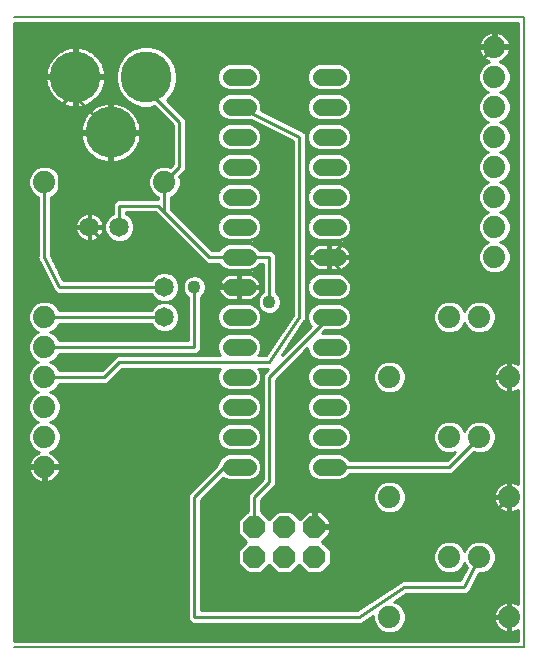
<source format=gtl>
G75*
%MOIN*%
%OFA0B0*%
%FSLAX25Y25*%
%IPPOS*%
%LPD*%
%AMOC8*
5,1,8,0,0,1.08239X$1,22.5*
%
%ADD10C,0.00800*%
%ADD11C,0.06500*%
%ADD12C,0.17000*%
%ADD13C,0.07400*%
%ADD14OC8,0.07400*%
%ADD15C,0.05600*%
%ADD16C,0.01000*%
%ADD17C,0.04362*%
D10*
X0015000Y0002860D02*
X0185000Y0002860D01*
X0185000Y0212860D01*
X0015000Y0212860D01*
D11*
X0040000Y0142860D03*
X0050000Y0142860D03*
X0065000Y0122860D03*
X0065000Y0112860D03*
D12*
X0047126Y0174356D03*
X0058937Y0192860D03*
X0035315Y0192860D03*
D13*
X0025000Y0157860D03*
X0065000Y0157860D03*
X0025000Y0112860D03*
X0025000Y0102860D03*
X0025000Y0092860D03*
X0025000Y0082860D03*
X0025000Y0072860D03*
X0025000Y0062860D03*
X0140000Y0052860D03*
X0160000Y0072860D03*
X0170000Y0072860D03*
X0180000Y0052860D03*
X0170000Y0032860D03*
X0160000Y0032860D03*
X0140000Y0012860D03*
X0180000Y0012860D03*
X0180000Y0092860D03*
X0170000Y0112860D03*
X0160000Y0112860D03*
X0175000Y0132860D03*
X0175000Y0142860D03*
X0175000Y0152860D03*
X0175000Y0162860D03*
X0175000Y0172860D03*
X0175000Y0182860D03*
X0175000Y0192860D03*
X0175000Y0202860D03*
X0140000Y0092860D03*
D14*
X0115000Y0042860D03*
X0115000Y0032860D03*
X0105000Y0032860D03*
X0105000Y0042860D03*
X0095000Y0042860D03*
X0095000Y0032860D03*
D15*
X0092800Y0062860D02*
X0087200Y0062860D01*
X0087200Y0072860D02*
X0092800Y0072860D01*
X0092800Y0082860D02*
X0087200Y0082860D01*
X0087200Y0092860D02*
X0092800Y0092860D01*
X0092800Y0102860D02*
X0087200Y0102860D01*
X0087200Y0112860D02*
X0092800Y0112860D01*
X0092800Y0122860D02*
X0087200Y0122860D01*
X0087200Y0132860D02*
X0092800Y0132860D01*
X0092800Y0142860D02*
X0087200Y0142860D01*
X0087200Y0152860D02*
X0092800Y0152860D01*
X0092800Y0162860D02*
X0087200Y0162860D01*
X0087200Y0172860D02*
X0092800Y0172860D01*
X0092800Y0182860D02*
X0087200Y0182860D01*
X0087200Y0192860D02*
X0092800Y0192860D01*
X0117200Y0192860D02*
X0122800Y0192860D01*
X0122800Y0182860D02*
X0117200Y0182860D01*
X0117200Y0172860D02*
X0122800Y0172860D01*
X0122800Y0162860D02*
X0117200Y0162860D01*
X0117200Y0152860D02*
X0122800Y0152860D01*
X0122800Y0142860D02*
X0117200Y0142860D01*
X0117200Y0132860D02*
X0122800Y0132860D01*
X0122800Y0122860D02*
X0117200Y0122860D01*
X0117200Y0112860D02*
X0122800Y0112860D01*
X0122800Y0102860D02*
X0117200Y0102860D01*
X0117200Y0092860D02*
X0122800Y0092860D01*
X0122800Y0082860D02*
X0117200Y0082860D01*
X0117200Y0072860D02*
X0122800Y0072860D01*
X0122800Y0062860D02*
X0117200Y0062860D01*
D16*
X0120000Y0062860D02*
X0160000Y0062860D01*
X0170000Y0072860D01*
X0165000Y0074900D02*
X0164578Y0075919D01*
X0163059Y0077438D01*
X0161074Y0078260D01*
X0158926Y0078260D01*
X0156941Y0077438D01*
X0155422Y0075919D01*
X0154600Y0073934D01*
X0154600Y0071786D01*
X0155422Y0069801D01*
X0156941Y0068282D01*
X0158926Y0067460D01*
X0161074Y0067460D01*
X0161782Y0067753D01*
X0159089Y0065060D01*
X0126759Y0065060D01*
X0126615Y0065409D01*
X0125349Y0066675D01*
X0123695Y0067360D01*
X0116305Y0067360D01*
X0114651Y0066675D01*
X0113385Y0065409D01*
X0112700Y0063755D01*
X0112700Y0061965D01*
X0113385Y0060311D01*
X0114651Y0059045D01*
X0116305Y0058360D01*
X0123695Y0058360D01*
X0125349Y0059045D01*
X0126615Y0060311D01*
X0126759Y0060660D01*
X0160911Y0060660D01*
X0162200Y0061949D01*
X0168067Y0067816D01*
X0168926Y0067460D01*
X0171074Y0067460D01*
X0173059Y0068282D01*
X0174578Y0069801D01*
X0175400Y0071786D01*
X0175400Y0073934D01*
X0174578Y0075919D01*
X0173059Y0077438D01*
X0171074Y0078260D01*
X0168926Y0078260D01*
X0166941Y0077438D01*
X0165422Y0075919D01*
X0165000Y0074900D01*
X0164647Y0075751D02*
X0165353Y0075751D01*
X0166253Y0076750D02*
X0163747Y0076750D01*
X0162309Y0077748D02*
X0167691Y0077748D01*
X0172309Y0077748D02*
X0182900Y0077748D01*
X0182900Y0076750D02*
X0173747Y0076750D01*
X0174647Y0075751D02*
X0182900Y0075751D01*
X0182900Y0074753D02*
X0175061Y0074753D01*
X0175400Y0073754D02*
X0182900Y0073754D01*
X0182900Y0072756D02*
X0175400Y0072756D01*
X0175388Y0071757D02*
X0182900Y0071757D01*
X0182900Y0070759D02*
X0174975Y0070759D01*
X0174537Y0069760D02*
X0182900Y0069760D01*
X0182900Y0068762D02*
X0173538Y0068762D01*
X0171806Y0067763D02*
X0182900Y0067763D01*
X0182900Y0066765D02*
X0167016Y0066765D01*
X0168015Y0067763D02*
X0168194Y0067763D01*
X0166017Y0065766D02*
X0182900Y0065766D01*
X0182900Y0064768D02*
X0165019Y0064768D01*
X0164020Y0063769D02*
X0182900Y0063769D01*
X0182900Y0062771D02*
X0163022Y0062771D01*
X0162023Y0061772D02*
X0182900Y0061772D01*
X0182900Y0060774D02*
X0161025Y0060774D01*
X0159795Y0065766D02*
X0126258Y0065766D01*
X0125132Y0066765D02*
X0160793Y0066765D01*
X0158194Y0067763D02*
X0102200Y0067763D01*
X0102200Y0066765D02*
X0114868Y0066765D01*
X0113742Y0065766D02*
X0102200Y0065766D01*
X0102200Y0064768D02*
X0113119Y0064768D01*
X0112706Y0063769D02*
X0102200Y0063769D01*
X0102200Y0062771D02*
X0112700Y0062771D01*
X0112780Y0061772D02*
X0102200Y0061772D01*
X0102200Y0060774D02*
X0113193Y0060774D01*
X0113921Y0059775D02*
X0102200Y0059775D01*
X0102200Y0058777D02*
X0115299Y0058777D01*
X0124701Y0058777D02*
X0182900Y0058777D01*
X0182900Y0059775D02*
X0126079Y0059775D01*
X0123695Y0068360D02*
X0125349Y0069045D01*
X0126615Y0070311D01*
X0127300Y0071965D01*
X0127300Y0073755D01*
X0126615Y0075409D01*
X0125349Y0076675D01*
X0123695Y0077360D01*
X0116305Y0077360D01*
X0114651Y0076675D01*
X0113385Y0075409D01*
X0112700Y0073755D01*
X0112700Y0071965D01*
X0113385Y0070311D01*
X0114651Y0069045D01*
X0116305Y0068360D01*
X0123695Y0068360D01*
X0124665Y0068762D02*
X0156461Y0068762D01*
X0155463Y0069760D02*
X0126064Y0069760D01*
X0126800Y0070759D02*
X0155025Y0070759D01*
X0154612Y0071757D02*
X0127214Y0071757D01*
X0127300Y0072756D02*
X0154600Y0072756D01*
X0154600Y0073754D02*
X0127300Y0073754D01*
X0126887Y0074753D02*
X0154939Y0074753D01*
X0155353Y0075751D02*
X0126273Y0075751D01*
X0125168Y0076750D02*
X0156253Y0076750D01*
X0157691Y0077748D02*
X0102200Y0077748D01*
X0102200Y0076750D02*
X0114832Y0076750D01*
X0113727Y0075751D02*
X0102200Y0075751D01*
X0102200Y0074753D02*
X0113113Y0074753D01*
X0112700Y0073754D02*
X0102200Y0073754D01*
X0102200Y0072756D02*
X0112700Y0072756D01*
X0112786Y0071757D02*
X0102200Y0071757D01*
X0102200Y0070759D02*
X0113200Y0070759D01*
X0113936Y0069760D02*
X0102200Y0069760D01*
X0102200Y0068762D02*
X0115335Y0068762D01*
X0116305Y0078360D02*
X0114651Y0079045D01*
X0113385Y0080311D01*
X0112700Y0081965D01*
X0112700Y0083755D01*
X0113385Y0085409D01*
X0114651Y0086675D01*
X0116305Y0087360D01*
X0123695Y0087360D01*
X0125349Y0086675D01*
X0126615Y0085409D01*
X0127300Y0083755D01*
X0127300Y0081965D01*
X0126615Y0080311D01*
X0125349Y0079045D01*
X0123695Y0078360D01*
X0116305Y0078360D01*
X0115371Y0078747D02*
X0102200Y0078747D01*
X0102200Y0079745D02*
X0113951Y0079745D01*
X0113206Y0080744D02*
X0102200Y0080744D01*
X0102200Y0081742D02*
X0112792Y0081742D01*
X0112700Y0082741D02*
X0102200Y0082741D01*
X0102200Y0083739D02*
X0112700Y0083739D01*
X0113107Y0084738D02*
X0102200Y0084738D01*
X0102200Y0085736D02*
X0113712Y0085736D01*
X0114796Y0086735D02*
X0102200Y0086735D01*
X0102200Y0087733D02*
X0138266Y0087733D01*
X0138926Y0087460D02*
X0136941Y0088282D01*
X0135422Y0089801D01*
X0134600Y0091786D01*
X0134600Y0093934D01*
X0135422Y0095919D01*
X0136941Y0097438D01*
X0138926Y0098260D01*
X0141074Y0098260D01*
X0143059Y0097438D01*
X0144578Y0095919D01*
X0145400Y0093934D01*
X0145400Y0091786D01*
X0144578Y0089801D01*
X0143059Y0088282D01*
X0141074Y0087460D01*
X0138926Y0087460D01*
X0141734Y0087733D02*
X0179127Y0087733D01*
X0178782Y0087788D02*
X0179591Y0087660D01*
X0179614Y0087660D01*
X0179614Y0092474D01*
X0180386Y0092474D01*
X0180386Y0087660D01*
X0180409Y0087660D01*
X0181218Y0087788D01*
X0181996Y0088041D01*
X0182725Y0088413D01*
X0182900Y0088539D01*
X0182900Y0057181D01*
X0182725Y0057307D01*
X0181996Y0057679D01*
X0181218Y0057932D01*
X0180409Y0058060D01*
X0180386Y0058060D01*
X0180386Y0053246D01*
X0179614Y0053246D01*
X0179614Y0058060D01*
X0179591Y0058060D01*
X0178782Y0057932D01*
X0178004Y0057679D01*
X0177275Y0057307D01*
X0176612Y0056826D01*
X0176034Y0056248D01*
X0175553Y0055585D01*
X0175181Y0054856D01*
X0174928Y0054078D01*
X0174800Y0053269D01*
X0174800Y0053246D01*
X0179614Y0053246D01*
X0179614Y0052474D01*
X0180386Y0052474D01*
X0180386Y0047660D01*
X0180409Y0047660D01*
X0181218Y0047788D01*
X0181996Y0048041D01*
X0182725Y0048413D01*
X0182900Y0048539D01*
X0182900Y0017181D01*
X0182725Y0017307D01*
X0181996Y0017679D01*
X0181218Y0017932D01*
X0180409Y0018060D01*
X0180386Y0018060D01*
X0180386Y0013246D01*
X0179614Y0013246D01*
X0179614Y0018060D01*
X0179591Y0018060D01*
X0178782Y0017932D01*
X0178004Y0017679D01*
X0177275Y0017307D01*
X0176612Y0016826D01*
X0176034Y0016248D01*
X0175553Y0015585D01*
X0175181Y0014856D01*
X0174928Y0014078D01*
X0174800Y0013269D01*
X0174800Y0013246D01*
X0179614Y0013246D01*
X0179614Y0012474D01*
X0180386Y0012474D01*
X0180386Y0007660D01*
X0180409Y0007660D01*
X0181218Y0007788D01*
X0181996Y0008041D01*
X0182725Y0008413D01*
X0182900Y0008539D01*
X0182900Y0004960D01*
X0015000Y0004960D01*
X0015000Y0210760D01*
X0182900Y0210760D01*
X0182900Y0097181D01*
X0182725Y0097307D01*
X0181996Y0097679D01*
X0181218Y0097932D01*
X0180409Y0098060D01*
X0180386Y0098060D01*
X0180386Y0093246D01*
X0179614Y0093246D01*
X0179614Y0098060D01*
X0179591Y0098060D01*
X0178782Y0097932D01*
X0178004Y0097679D01*
X0177275Y0097307D01*
X0176612Y0096826D01*
X0176034Y0096248D01*
X0175553Y0095585D01*
X0175181Y0094856D01*
X0174928Y0094078D01*
X0174800Y0093269D01*
X0174800Y0093246D01*
X0179614Y0093246D01*
X0179614Y0092474D01*
X0174800Y0092474D01*
X0174800Y0092451D01*
X0174928Y0091642D01*
X0175181Y0090864D01*
X0175553Y0090135D01*
X0176034Y0089472D01*
X0176612Y0088894D01*
X0177275Y0088413D01*
X0178004Y0088041D01*
X0178782Y0087788D01*
X0179614Y0087733D02*
X0180386Y0087733D01*
X0180873Y0087733D02*
X0182900Y0087733D01*
X0182900Y0086735D02*
X0125204Y0086735D01*
X0126288Y0085736D02*
X0182900Y0085736D01*
X0182900Y0084738D02*
X0126893Y0084738D01*
X0127300Y0083739D02*
X0182900Y0083739D01*
X0182900Y0082741D02*
X0127300Y0082741D01*
X0127208Y0081742D02*
X0182900Y0081742D01*
X0182900Y0080744D02*
X0126794Y0080744D01*
X0126049Y0079745D02*
X0182900Y0079745D01*
X0182900Y0078747D02*
X0124629Y0078747D01*
X0123695Y0088360D02*
X0116305Y0088360D01*
X0114651Y0089045D01*
X0113385Y0090311D01*
X0112700Y0091965D01*
X0112700Y0093755D01*
X0113385Y0095409D01*
X0114651Y0096675D01*
X0116305Y0097360D01*
X0123695Y0097360D01*
X0125349Y0096675D01*
X0126615Y0095409D01*
X0127300Y0093755D01*
X0127300Y0091965D01*
X0126615Y0090311D01*
X0125349Y0089045D01*
X0123695Y0088360D01*
X0124593Y0088732D02*
X0136491Y0088732D01*
X0135493Y0089730D02*
X0126034Y0089730D01*
X0126788Y0090729D02*
X0135038Y0090729D01*
X0134624Y0091727D02*
X0127202Y0091727D01*
X0127300Y0092726D02*
X0134600Y0092726D01*
X0134600Y0093725D02*
X0127300Y0093725D01*
X0126899Y0094723D02*
X0134927Y0094723D01*
X0135340Y0095722D02*
X0126302Y0095722D01*
X0125240Y0096720D02*
X0136223Y0096720D01*
X0137619Y0097719D02*
X0107970Y0097719D01*
X0108968Y0098717D02*
X0115443Y0098717D01*
X0114651Y0099045D02*
X0116305Y0098360D01*
X0123695Y0098360D01*
X0125349Y0099045D01*
X0126615Y0100311D01*
X0127300Y0101965D01*
X0127300Y0103755D01*
X0126615Y0105409D01*
X0125349Y0106675D01*
X0123695Y0107360D01*
X0117611Y0107360D01*
X0118611Y0108360D01*
X0123695Y0108360D01*
X0125349Y0109045D01*
X0126615Y0110311D01*
X0127300Y0111965D01*
X0127300Y0113755D01*
X0126615Y0115409D01*
X0125349Y0116675D01*
X0123695Y0117360D01*
X0116305Y0117360D01*
X0114651Y0116675D01*
X0113385Y0115409D01*
X0112700Y0113755D01*
X0112700Y0111965D01*
X0113385Y0110311D01*
X0113862Y0109834D01*
X0104155Y0100126D01*
X0111710Y0111458D01*
X0112200Y0111949D01*
X0112200Y0112194D01*
X0112336Y0112398D01*
X0112200Y0113078D01*
X0112200Y0172341D01*
X0112375Y0172691D01*
X0112200Y0173217D01*
X0112200Y0173771D01*
X0111923Y0174048D01*
X0111799Y0174420D01*
X0111303Y0174668D01*
X0110911Y0175060D01*
X0110519Y0175060D01*
X0097199Y0181720D01*
X0097300Y0181965D01*
X0097300Y0183755D01*
X0096615Y0185409D01*
X0095349Y0186675D01*
X0093695Y0187360D01*
X0086305Y0187360D01*
X0084651Y0186675D01*
X0083385Y0185409D01*
X0082700Y0183755D01*
X0082700Y0181965D01*
X0083385Y0180311D01*
X0084651Y0179045D01*
X0086305Y0178360D01*
X0093695Y0178360D01*
X0093906Y0178447D01*
X0107800Y0171500D01*
X0107800Y0113526D01*
X0098823Y0100060D01*
X0096364Y0100060D01*
X0096615Y0100311D01*
X0097300Y0101965D01*
X0097300Y0103755D01*
X0096615Y0105409D01*
X0095349Y0106675D01*
X0093695Y0107360D01*
X0086305Y0107360D01*
X0084651Y0106675D01*
X0083385Y0105409D01*
X0082700Y0103755D01*
X0082700Y0101965D01*
X0083385Y0100311D01*
X0083636Y0100060D01*
X0049089Y0100060D01*
X0044089Y0095060D01*
X0029934Y0095060D01*
X0029578Y0095919D01*
X0028059Y0097438D01*
X0027040Y0097860D01*
X0028059Y0098282D01*
X0029578Y0099801D01*
X0029934Y0100660D01*
X0075911Y0100660D01*
X0077200Y0101949D01*
X0077200Y0119571D01*
X0078290Y0120662D01*
X0078881Y0122088D01*
X0078881Y0123632D01*
X0078290Y0125058D01*
X0077198Y0126150D01*
X0075772Y0126741D01*
X0074228Y0126741D01*
X0072802Y0126150D01*
X0071710Y0125058D01*
X0071119Y0123632D01*
X0071119Y0122088D01*
X0071710Y0120662D01*
X0072800Y0119571D01*
X0072800Y0105060D01*
X0029934Y0105060D01*
X0029578Y0105919D01*
X0028059Y0107438D01*
X0027040Y0107860D01*
X0028059Y0108282D01*
X0029578Y0109801D01*
X0029934Y0110660D01*
X0060553Y0110660D01*
X0060804Y0110056D01*
X0062196Y0108664D01*
X0064015Y0107910D01*
X0065985Y0107910D01*
X0067804Y0108664D01*
X0069196Y0110056D01*
X0069950Y0111875D01*
X0069950Y0113845D01*
X0069196Y0115664D01*
X0067804Y0117056D01*
X0065985Y0117810D01*
X0064015Y0117810D01*
X0062196Y0117056D01*
X0060804Y0115664D01*
X0060553Y0115060D01*
X0029934Y0115060D01*
X0029578Y0115919D01*
X0028059Y0117438D01*
X0026074Y0118260D01*
X0023926Y0118260D01*
X0021941Y0117438D01*
X0020422Y0115919D01*
X0019600Y0113934D01*
X0019600Y0111786D01*
X0020422Y0109801D01*
X0021941Y0108282D01*
X0022960Y0107860D01*
X0021941Y0107438D01*
X0020422Y0105919D01*
X0019600Y0103934D01*
X0019600Y0101786D01*
X0020422Y0099801D01*
X0021941Y0098282D01*
X0022960Y0097860D01*
X0021941Y0097438D01*
X0020422Y0095919D01*
X0019600Y0093934D01*
X0019600Y0091786D01*
X0020422Y0089801D01*
X0021941Y0088282D01*
X0022960Y0087860D01*
X0021941Y0087438D01*
X0020422Y0085919D01*
X0019600Y0083934D01*
X0019600Y0081786D01*
X0020422Y0079801D01*
X0021941Y0078282D01*
X0022960Y0077860D01*
X0021941Y0077438D01*
X0020422Y0075919D01*
X0019600Y0073934D01*
X0019600Y0071786D01*
X0020422Y0069801D01*
X0021941Y0068282D01*
X0023224Y0067751D01*
X0023004Y0067679D01*
X0022275Y0067307D01*
X0021612Y0066826D01*
X0021034Y0066248D01*
X0020553Y0065585D01*
X0020181Y0064856D01*
X0019928Y0064078D01*
X0019814Y0063360D01*
X0024500Y0063360D01*
X0024500Y0062360D01*
X0019814Y0062360D01*
X0019928Y0061642D01*
X0020181Y0060864D01*
X0020553Y0060135D01*
X0021034Y0059472D01*
X0021612Y0058894D01*
X0022275Y0058413D01*
X0023004Y0058041D01*
X0023782Y0057788D01*
X0024500Y0057674D01*
X0024500Y0062360D01*
X0025500Y0062360D01*
X0025500Y0063360D01*
X0030186Y0063360D01*
X0030072Y0064078D01*
X0029819Y0064856D01*
X0029447Y0065585D01*
X0028966Y0066248D01*
X0028388Y0066826D01*
X0027725Y0067307D01*
X0026996Y0067679D01*
X0026776Y0067751D01*
X0028059Y0068282D01*
X0029578Y0069801D01*
X0030400Y0071786D01*
X0030400Y0073934D01*
X0029578Y0075919D01*
X0028059Y0077438D01*
X0027040Y0077860D01*
X0028059Y0078282D01*
X0029578Y0079801D01*
X0030400Y0081786D01*
X0030400Y0083934D01*
X0029578Y0085919D01*
X0028059Y0087438D01*
X0027040Y0087860D01*
X0028059Y0088282D01*
X0029578Y0089801D01*
X0029934Y0090660D01*
X0045911Y0090660D01*
X0047200Y0091949D01*
X0050911Y0095660D01*
X0083636Y0095660D01*
X0083385Y0095409D01*
X0082700Y0093755D01*
X0082700Y0091965D01*
X0083385Y0090311D01*
X0084651Y0089045D01*
X0086305Y0088360D01*
X0093695Y0088360D01*
X0095349Y0089045D01*
X0096615Y0090311D01*
X0097300Y0091965D01*
X0097300Y0093755D01*
X0096615Y0095409D01*
X0096364Y0095660D01*
X0099334Y0095660D01*
X0099538Y0095524D01*
X0099556Y0095528D01*
X0099089Y0095060D01*
X0097800Y0093771D01*
X0097800Y0058771D01*
X0094089Y0055060D01*
X0092800Y0053771D01*
X0092800Y0048260D01*
X0092763Y0048260D01*
X0089600Y0045097D01*
X0089600Y0040623D01*
X0092363Y0037860D01*
X0089600Y0035097D01*
X0089600Y0030623D01*
X0092763Y0027460D01*
X0097237Y0027460D01*
X0100000Y0030223D01*
X0102763Y0027460D01*
X0107237Y0027460D01*
X0110000Y0030223D01*
X0112763Y0027460D01*
X0117237Y0027460D01*
X0120400Y0030623D01*
X0120400Y0035097D01*
X0117495Y0038001D01*
X0120200Y0040706D01*
X0120200Y0042360D01*
X0115500Y0042360D01*
X0115500Y0043360D01*
X0114500Y0043360D01*
X0114500Y0048060D01*
X0112846Y0048060D01*
X0110141Y0045355D01*
X0107237Y0048260D01*
X0102763Y0048260D01*
X0100000Y0045497D01*
X0097237Y0048260D01*
X0097200Y0048260D01*
X0097200Y0051949D01*
X0102200Y0056949D01*
X0102200Y0091949D01*
X0112700Y0102449D01*
X0112700Y0101965D01*
X0113385Y0100311D01*
X0114651Y0099045D01*
X0113980Y0099716D02*
X0109967Y0099716D01*
X0110965Y0100714D02*
X0113218Y0100714D01*
X0112804Y0101713D02*
X0111964Y0101713D01*
X0108737Y0104708D02*
X0107209Y0104708D01*
X0107738Y0103710D02*
X0106544Y0103710D01*
X0106740Y0102711D02*
X0105878Y0102711D01*
X0105741Y0101713D02*
X0105212Y0101713D01*
X0104743Y0100714D02*
X0104547Y0100714D01*
X0100590Y0102711D02*
X0097300Y0102711D01*
X0097300Y0103710D02*
X0101256Y0103710D01*
X0101921Y0104708D02*
X0096905Y0104708D01*
X0096317Y0105707D02*
X0102587Y0105707D01*
X0103253Y0106705D02*
X0095276Y0106705D01*
X0094521Y0108702D02*
X0104584Y0108702D01*
X0103918Y0107704D02*
X0077200Y0107704D01*
X0077200Y0108702D02*
X0085479Y0108702D01*
X0086305Y0108360D02*
X0093695Y0108360D01*
X0095349Y0109045D01*
X0096615Y0110311D01*
X0097300Y0111965D01*
X0097300Y0113755D01*
X0096615Y0115409D01*
X0095349Y0116675D01*
X0093695Y0117360D01*
X0086305Y0117360D01*
X0084651Y0116675D01*
X0083385Y0115409D01*
X0082700Y0113755D01*
X0082700Y0111965D01*
X0083385Y0110311D01*
X0084651Y0109045D01*
X0086305Y0108360D01*
X0084724Y0106705D02*
X0077200Y0106705D01*
X0077200Y0105707D02*
X0083683Y0105707D01*
X0083095Y0104708D02*
X0077200Y0104708D01*
X0077200Y0103710D02*
X0082700Y0103710D01*
X0082700Y0102711D02*
X0077200Y0102711D01*
X0076964Y0101713D02*
X0082804Y0101713D01*
X0083218Y0100714D02*
X0075965Y0100714D01*
X0075000Y0102860D02*
X0075000Y0122860D01*
X0072328Y0125677D02*
X0069183Y0125677D01*
X0069196Y0125664D02*
X0067804Y0127056D01*
X0065985Y0127810D01*
X0064015Y0127810D01*
X0062196Y0127056D01*
X0060804Y0125664D01*
X0060553Y0125060D01*
X0031360Y0125060D01*
X0027200Y0133379D01*
X0027200Y0152926D01*
X0028059Y0153282D01*
X0029578Y0154801D01*
X0030400Y0156786D01*
X0030400Y0158934D01*
X0029578Y0160919D01*
X0028059Y0162438D01*
X0026074Y0163260D01*
X0023926Y0163260D01*
X0021941Y0162438D01*
X0020422Y0160919D01*
X0019600Y0158934D01*
X0019600Y0156786D01*
X0020422Y0154801D01*
X0021941Y0153282D01*
X0022800Y0152926D01*
X0022800Y0133217D01*
X0022625Y0132691D01*
X0022800Y0132341D01*
X0022800Y0131949D01*
X0023192Y0131557D01*
X0027800Y0122341D01*
X0027800Y0121949D01*
X0028192Y0121557D01*
X0028440Y0121061D01*
X0028812Y0120937D01*
X0029089Y0120660D01*
X0029643Y0120660D01*
X0030169Y0120485D01*
X0030519Y0120660D01*
X0060553Y0120660D01*
X0060804Y0120056D01*
X0062196Y0118664D01*
X0064015Y0117910D01*
X0065985Y0117910D01*
X0067804Y0118664D01*
X0069196Y0120056D01*
X0069950Y0121875D01*
X0069950Y0123845D01*
X0069196Y0125664D01*
X0069605Y0124678D02*
X0071552Y0124678D01*
X0071139Y0123680D02*
X0069950Y0123680D01*
X0069950Y0122681D02*
X0071119Y0122681D01*
X0071287Y0121683D02*
X0069870Y0121683D01*
X0069457Y0120684D02*
X0071700Y0120684D01*
X0072685Y0119686D02*
X0068826Y0119686D01*
X0067828Y0118687D02*
X0072800Y0118687D01*
X0072800Y0117689D02*
X0066277Y0117689D01*
X0068170Y0116690D02*
X0072800Y0116690D01*
X0072800Y0115692D02*
X0069169Y0115692D01*
X0069598Y0114693D02*
X0072800Y0114693D01*
X0072800Y0113695D02*
X0069950Y0113695D01*
X0069950Y0112696D02*
X0072800Y0112696D01*
X0072800Y0111698D02*
X0069876Y0111698D01*
X0069463Y0110699D02*
X0072800Y0110699D01*
X0072800Y0109701D02*
X0068841Y0109701D01*
X0067843Y0108702D02*
X0072800Y0108702D01*
X0072800Y0107704D02*
X0027417Y0107704D01*
X0028479Y0108702D02*
X0062157Y0108702D01*
X0061159Y0109701D02*
X0029477Y0109701D01*
X0028792Y0106705D02*
X0072800Y0106705D01*
X0072800Y0105707D02*
X0029666Y0105707D01*
X0025000Y0102860D02*
X0075000Y0102860D01*
X0077200Y0109701D02*
X0083995Y0109701D01*
X0083224Y0110699D02*
X0077200Y0110699D01*
X0077200Y0111698D02*
X0082811Y0111698D01*
X0082700Y0112696D02*
X0077200Y0112696D01*
X0077200Y0113695D02*
X0082700Y0113695D01*
X0083089Y0114693D02*
X0077200Y0114693D01*
X0077200Y0115692D02*
X0083668Y0115692D01*
X0084688Y0116690D02*
X0077200Y0116690D01*
X0077200Y0117689D02*
X0096119Y0117689D01*
X0096119Y0117088D02*
X0096710Y0115662D01*
X0097802Y0114570D01*
X0099228Y0113979D01*
X0100772Y0113979D01*
X0102198Y0114570D01*
X0103290Y0115662D01*
X0103881Y0117088D01*
X0103881Y0118632D01*
X0103290Y0120058D01*
X0102200Y0121149D01*
X0102200Y0133771D01*
X0100911Y0135060D01*
X0096759Y0135060D01*
X0096615Y0135409D01*
X0095349Y0136675D01*
X0093695Y0137360D01*
X0086305Y0137360D01*
X0084651Y0136675D01*
X0083385Y0135409D01*
X0083241Y0135060D01*
X0080911Y0135060D01*
X0067200Y0148771D01*
X0067200Y0152926D01*
X0068059Y0153282D01*
X0069578Y0154801D01*
X0070400Y0156786D01*
X0070400Y0158934D01*
X0070044Y0159793D01*
X0070911Y0160660D01*
X0072200Y0161949D01*
X0072200Y0178771D01*
X0065737Y0185235D01*
X0067099Y0186597D01*
X0068442Y0188923D01*
X0069137Y0191517D01*
X0069137Y0194203D01*
X0068442Y0196797D01*
X0067099Y0199123D01*
X0065200Y0201022D01*
X0062874Y0202365D01*
X0060280Y0203060D01*
X0057594Y0203060D01*
X0055000Y0202365D01*
X0052674Y0201022D01*
X0050775Y0199123D01*
X0049432Y0196797D01*
X0048737Y0194203D01*
X0048737Y0191517D01*
X0049432Y0188923D01*
X0050775Y0186597D01*
X0052674Y0184698D01*
X0055000Y0183355D01*
X0057594Y0182660D01*
X0060280Y0182660D01*
X0061706Y0183042D01*
X0067800Y0176949D01*
X0067800Y0163771D01*
X0066933Y0162904D01*
X0066074Y0163260D01*
X0063926Y0163260D01*
X0061941Y0162438D01*
X0060422Y0160919D01*
X0059600Y0158934D01*
X0059600Y0156786D01*
X0060422Y0154801D01*
X0061941Y0153282D01*
X0062800Y0152926D01*
X0062800Y0152186D01*
X0049089Y0152186D01*
X0047800Y0150897D01*
X0047800Y0147307D01*
X0047196Y0147056D01*
X0045804Y0145664D01*
X0045050Y0143845D01*
X0045050Y0141875D01*
X0045804Y0140056D01*
X0047196Y0138664D01*
X0049015Y0137910D01*
X0050985Y0137910D01*
X0052804Y0138664D01*
X0054196Y0140056D01*
X0054950Y0141875D01*
X0054950Y0143845D01*
X0054196Y0145664D01*
X0052804Y0147056D01*
X0052200Y0147307D01*
X0052200Y0147786D01*
X0061963Y0147786D01*
X0064089Y0145660D01*
X0077800Y0131949D01*
X0079089Y0130660D01*
X0083241Y0130660D01*
X0083385Y0130311D01*
X0084651Y0129045D01*
X0086305Y0128360D01*
X0093695Y0128360D01*
X0095349Y0129045D01*
X0096615Y0130311D01*
X0096759Y0130660D01*
X0097800Y0130660D01*
X0097800Y0121149D01*
X0096710Y0120058D01*
X0096119Y0118632D01*
X0096119Y0117088D01*
X0096284Y0116690D02*
X0095312Y0116690D01*
X0096332Y0115692D02*
X0096697Y0115692D01*
X0096911Y0114693D02*
X0097678Y0114693D01*
X0097300Y0113695D02*
X0107800Y0113695D01*
X0107800Y0114693D02*
X0102322Y0114693D01*
X0103303Y0115692D02*
X0107800Y0115692D01*
X0107800Y0116690D02*
X0103716Y0116690D01*
X0103881Y0117689D02*
X0107800Y0117689D01*
X0107800Y0118687D02*
X0103858Y0118687D01*
X0103445Y0119686D02*
X0107800Y0119686D01*
X0107800Y0120684D02*
X0102664Y0120684D01*
X0102200Y0121683D02*
X0107800Y0121683D01*
X0107800Y0122681D02*
X0102200Y0122681D01*
X0102200Y0123680D02*
X0107800Y0123680D01*
X0107800Y0124678D02*
X0102200Y0124678D01*
X0102200Y0125677D02*
X0107800Y0125677D01*
X0107800Y0126675D02*
X0102200Y0126675D01*
X0102200Y0127674D02*
X0107800Y0127674D01*
X0107800Y0128672D02*
X0102200Y0128672D01*
X0102200Y0129671D02*
X0107800Y0129671D01*
X0107800Y0130669D02*
X0102200Y0130669D01*
X0102200Y0131668D02*
X0107800Y0131668D01*
X0107800Y0132666D02*
X0102200Y0132666D01*
X0102200Y0133665D02*
X0107800Y0133665D01*
X0107800Y0134663D02*
X0101308Y0134663D01*
X0100000Y0132860D02*
X0090000Y0132860D01*
X0080000Y0132860D01*
X0065000Y0147860D01*
X0062874Y0149986D01*
X0050000Y0149986D01*
X0050000Y0142860D01*
X0054617Y0144649D02*
X0065100Y0144649D01*
X0064102Y0145647D02*
X0054203Y0145647D01*
X0053215Y0146646D02*
X0063103Y0146646D01*
X0064089Y0145660D02*
X0064089Y0145660D01*
X0065000Y0147860D02*
X0065000Y0157860D01*
X0070000Y0162860D01*
X0070000Y0177860D01*
X0058937Y0188923D01*
X0058937Y0192860D01*
X0051784Y0185588D02*
X0042185Y0185588D01*
X0041989Y0185392D02*
X0042783Y0186186D01*
X0043483Y0187064D01*
X0044081Y0188015D01*
X0044568Y0189027D01*
X0044939Y0190087D01*
X0045189Y0191182D01*
X0045315Y0192298D01*
X0045315Y0192360D01*
X0035815Y0192360D01*
X0035815Y0193360D01*
X0045315Y0193360D01*
X0045315Y0193422D01*
X0045189Y0194538D01*
X0044939Y0195633D01*
X0044568Y0196693D01*
X0044081Y0197705D01*
X0043483Y0198656D01*
X0042783Y0199534D01*
X0041989Y0200328D01*
X0041111Y0201028D01*
X0040160Y0201626D01*
X0039148Y0202113D01*
X0038088Y0202484D01*
X0036993Y0202734D01*
X0035877Y0202860D01*
X0035815Y0202860D01*
X0035815Y0193360D01*
X0034815Y0193360D01*
X0034815Y0202860D01*
X0034753Y0202860D01*
X0033637Y0202734D01*
X0032542Y0202484D01*
X0031482Y0202113D01*
X0030470Y0201626D01*
X0029519Y0201028D01*
X0028641Y0200328D01*
X0027847Y0199534D01*
X0027146Y0198656D01*
X0026549Y0197705D01*
X0026062Y0196693D01*
X0025691Y0195633D01*
X0025441Y0194538D01*
X0025315Y0193422D01*
X0025315Y0193360D01*
X0034815Y0193360D01*
X0034815Y0192360D01*
X0035815Y0192360D01*
X0035815Y0182860D01*
X0035877Y0182860D01*
X0036993Y0182986D01*
X0038088Y0183236D01*
X0039148Y0183607D01*
X0040160Y0184094D01*
X0041111Y0184692D01*
X0041989Y0185392D01*
X0040948Y0184589D02*
X0052863Y0184589D01*
X0051971Y0183122D02*
X0050959Y0183609D01*
X0049899Y0183980D01*
X0048804Y0184230D01*
X0047688Y0184356D01*
X0047626Y0184356D01*
X0047626Y0174856D01*
X0057126Y0174856D01*
X0057126Y0174918D01*
X0057000Y0176034D01*
X0056750Y0177129D01*
X0056379Y0178189D01*
X0055892Y0179201D01*
X0055294Y0180152D01*
X0054594Y0181030D01*
X0053800Y0181824D01*
X0052922Y0182525D01*
X0051971Y0183122D01*
X0052814Y0182592D02*
X0062157Y0182592D01*
X0063155Y0181594D02*
X0054031Y0181594D01*
X0054941Y0180595D02*
X0064154Y0180595D01*
X0065152Y0179596D02*
X0055643Y0179596D01*
X0056182Y0178598D02*
X0066151Y0178598D01*
X0067149Y0177599D02*
X0056586Y0177599D01*
X0056871Y0176601D02*
X0067800Y0176601D01*
X0067800Y0175602D02*
X0057049Y0175602D01*
X0057126Y0173856D02*
X0047626Y0173856D01*
X0047626Y0164356D01*
X0047688Y0164356D01*
X0048804Y0164482D01*
X0049899Y0164732D01*
X0050959Y0165103D01*
X0051971Y0165590D01*
X0052922Y0166188D01*
X0053800Y0166888D01*
X0054594Y0167682D01*
X0055294Y0168560D01*
X0055892Y0169511D01*
X0056379Y0170523D01*
X0056750Y0171583D01*
X0057000Y0172678D01*
X0057126Y0173794D01*
X0057126Y0173856D01*
X0057105Y0173605D02*
X0067800Y0173605D01*
X0067800Y0172607D02*
X0056984Y0172607D01*
X0056756Y0171608D02*
X0067800Y0171608D01*
X0067800Y0170610D02*
X0056410Y0170610D01*
X0055940Y0169611D02*
X0067800Y0169611D01*
X0067800Y0168613D02*
X0055328Y0168613D01*
X0054526Y0167614D02*
X0067800Y0167614D01*
X0067800Y0166616D02*
X0053459Y0166616D01*
X0052014Y0165617D02*
X0067800Y0165617D01*
X0067800Y0164619D02*
X0049404Y0164619D01*
X0047626Y0164619D02*
X0046626Y0164619D01*
X0046626Y0164356D02*
X0046626Y0173856D01*
X0047626Y0173856D01*
X0047626Y0174856D01*
X0046626Y0174856D01*
X0046626Y0173856D01*
X0037126Y0173856D01*
X0037126Y0173794D01*
X0037252Y0172678D01*
X0037502Y0171583D01*
X0037873Y0170523D01*
X0038360Y0169511D01*
X0038958Y0168560D01*
X0039658Y0167682D01*
X0040452Y0166888D01*
X0041330Y0166188D01*
X0042281Y0165590D01*
X0043293Y0165103D01*
X0044353Y0164732D01*
X0045448Y0164482D01*
X0046564Y0164356D01*
X0046626Y0164356D01*
X0046626Y0165617D02*
X0047626Y0165617D01*
X0047626Y0166616D02*
X0046626Y0166616D01*
X0046626Y0167614D02*
X0047626Y0167614D01*
X0047626Y0168613D02*
X0046626Y0168613D01*
X0046626Y0169611D02*
X0047626Y0169611D01*
X0047626Y0170610D02*
X0046626Y0170610D01*
X0046626Y0171608D02*
X0047626Y0171608D01*
X0047626Y0172607D02*
X0046626Y0172607D01*
X0046626Y0173605D02*
X0047626Y0173605D01*
X0047126Y0174356D02*
X0035000Y0186482D01*
X0035000Y0192545D01*
X0035315Y0192860D01*
X0035315Y0188175D01*
X0030000Y0182860D01*
X0030000Y0142860D01*
X0027200Y0142652D02*
X0035250Y0142652D01*
X0035250Y0142671D02*
X0035250Y0142486D01*
X0035367Y0141748D01*
X0035598Y0141037D01*
X0035937Y0140370D01*
X0036377Y0139766D01*
X0036906Y0139237D01*
X0037510Y0138797D01*
X0038177Y0138458D01*
X0038888Y0138227D01*
X0039626Y0138110D01*
X0039811Y0138110D01*
X0039811Y0142671D01*
X0035250Y0142671D01*
X0035250Y0143049D02*
X0039811Y0143049D01*
X0039811Y0147610D01*
X0039626Y0147610D01*
X0038888Y0147493D01*
X0038177Y0147262D01*
X0037510Y0146923D01*
X0036906Y0146483D01*
X0036377Y0145954D01*
X0035937Y0145350D01*
X0035598Y0144683D01*
X0035367Y0143972D01*
X0035250Y0143234D01*
X0035250Y0143049D01*
X0035316Y0143650D02*
X0027200Y0143650D01*
X0027200Y0144649D02*
X0035587Y0144649D01*
X0036154Y0145647D02*
X0027200Y0145647D01*
X0027200Y0146646D02*
X0037129Y0146646D01*
X0039811Y0146646D02*
X0040189Y0146646D01*
X0040189Y0147610D02*
X0040374Y0147610D01*
X0041112Y0147493D01*
X0041823Y0147262D01*
X0042490Y0146923D01*
X0043094Y0146483D01*
X0043623Y0145954D01*
X0044063Y0145350D01*
X0044402Y0144683D01*
X0044633Y0143972D01*
X0044750Y0143234D01*
X0044750Y0143049D01*
X0040189Y0143049D01*
X0039811Y0143049D01*
X0039811Y0142671D01*
X0040189Y0142671D01*
X0040189Y0143049D01*
X0040189Y0147610D01*
X0040189Y0145647D02*
X0039811Y0145647D01*
X0039811Y0144649D02*
X0040189Y0144649D01*
X0040189Y0143650D02*
X0039811Y0143650D01*
X0040000Y0142860D02*
X0050000Y0132860D01*
X0050000Y0127860D01*
X0050000Y0132860D02*
X0075000Y0132860D01*
X0085000Y0122860D01*
X0090000Y0122860D01*
X0090300Y0122681D02*
X0097800Y0122681D01*
X0097100Y0122560D02*
X0090300Y0122560D01*
X0090300Y0123160D01*
X0089700Y0123160D01*
X0089700Y0127160D01*
X0086862Y0127160D01*
X0086193Y0127054D01*
X0085549Y0126845D01*
X0084946Y0126538D01*
X0084399Y0126140D01*
X0083920Y0125661D01*
X0083522Y0125114D01*
X0083215Y0124511D01*
X0083006Y0123867D01*
X0082900Y0123198D01*
X0082900Y0123160D01*
X0089700Y0123160D01*
X0089700Y0122560D01*
X0082900Y0122560D01*
X0082900Y0122522D01*
X0083006Y0121853D01*
X0083215Y0121209D01*
X0083522Y0120606D01*
X0083920Y0120059D01*
X0084399Y0119580D01*
X0084946Y0119182D01*
X0085549Y0118875D01*
X0086193Y0118666D01*
X0086862Y0118560D01*
X0089700Y0118560D01*
X0089700Y0122560D01*
X0090300Y0122560D01*
X0090300Y0118560D01*
X0093138Y0118560D01*
X0093807Y0118666D01*
X0094451Y0118875D01*
X0095054Y0119182D01*
X0095601Y0119580D01*
X0096080Y0120059D01*
X0096478Y0120606D01*
X0096785Y0121209D01*
X0096994Y0121853D01*
X0097100Y0122522D01*
X0097100Y0122560D01*
X0097100Y0123160D02*
X0097100Y0123198D01*
X0096994Y0123867D01*
X0096785Y0124511D01*
X0096478Y0125114D01*
X0096080Y0125661D01*
X0095601Y0126140D01*
X0095054Y0126538D01*
X0094451Y0126845D01*
X0093807Y0127054D01*
X0093138Y0127160D01*
X0090300Y0127160D01*
X0090300Y0123160D01*
X0097100Y0123160D01*
X0097024Y0123680D02*
X0097800Y0123680D01*
X0097800Y0124678D02*
X0096699Y0124678D01*
X0096064Y0125677D02*
X0097800Y0125677D01*
X0097800Y0126675D02*
X0094783Y0126675D01*
X0094449Y0128672D02*
X0097800Y0128672D01*
X0097800Y0127674D02*
X0066313Y0127674D01*
X0068185Y0126675D02*
X0074069Y0126675D01*
X0075931Y0126675D02*
X0085217Y0126675D01*
X0083936Y0125677D02*
X0077672Y0125677D01*
X0078448Y0124678D02*
X0083301Y0124678D01*
X0082976Y0123680D02*
X0078861Y0123680D01*
X0078881Y0122681D02*
X0089700Y0122681D01*
X0089700Y0121683D02*
X0090300Y0121683D01*
X0090300Y0120684D02*
X0089700Y0120684D01*
X0089700Y0119686D02*
X0090300Y0119686D01*
X0090300Y0118687D02*
X0089700Y0118687D01*
X0086127Y0118687D02*
X0077200Y0118687D01*
X0077315Y0119686D02*
X0084293Y0119686D01*
X0083483Y0120684D02*
X0078300Y0120684D01*
X0078713Y0121683D02*
X0083061Y0121683D01*
X0085551Y0128672D02*
X0029553Y0128672D01*
X0030053Y0127674D02*
X0063687Y0127674D01*
X0061815Y0126675D02*
X0030552Y0126675D01*
X0031051Y0125677D02*
X0060817Y0125677D01*
X0065000Y0122860D02*
X0030000Y0122860D01*
X0025000Y0132860D01*
X0025000Y0157860D01*
X0021127Y0161623D02*
X0015000Y0161623D01*
X0015000Y0160625D02*
X0020300Y0160625D01*
X0019887Y0159626D02*
X0015000Y0159626D01*
X0015000Y0158628D02*
X0019600Y0158628D01*
X0019600Y0157629D02*
X0015000Y0157629D01*
X0015000Y0156631D02*
X0019664Y0156631D01*
X0020078Y0155632D02*
X0015000Y0155632D01*
X0015000Y0154634D02*
X0020590Y0154634D01*
X0021588Y0153635D02*
X0015000Y0153635D01*
X0015000Y0152637D02*
X0022800Y0152637D01*
X0022800Y0151638D02*
X0015000Y0151638D01*
X0015000Y0150640D02*
X0022800Y0150640D01*
X0022800Y0149641D02*
X0015000Y0149641D01*
X0015000Y0148643D02*
X0022800Y0148643D01*
X0022800Y0147644D02*
X0015000Y0147644D01*
X0015000Y0146646D02*
X0022800Y0146646D01*
X0022800Y0145647D02*
X0015000Y0145647D01*
X0015000Y0144649D02*
X0022800Y0144649D01*
X0022800Y0143650D02*
X0015000Y0143650D01*
X0015000Y0142652D02*
X0022800Y0142652D01*
X0022800Y0141653D02*
X0015000Y0141653D01*
X0015000Y0140655D02*
X0022800Y0140655D01*
X0022800Y0139656D02*
X0015000Y0139656D01*
X0015000Y0138658D02*
X0022800Y0138658D01*
X0022800Y0137659D02*
X0015000Y0137659D01*
X0015000Y0136661D02*
X0022800Y0136661D01*
X0022800Y0135662D02*
X0015000Y0135662D01*
X0015000Y0134663D02*
X0022800Y0134663D01*
X0022800Y0133665D02*
X0015000Y0133665D01*
X0015000Y0132666D02*
X0022637Y0132666D01*
X0023081Y0131668D02*
X0015000Y0131668D01*
X0015000Y0130669D02*
X0023636Y0130669D01*
X0024135Y0129671D02*
X0015000Y0129671D01*
X0015000Y0128672D02*
X0024634Y0128672D01*
X0025133Y0127674D02*
X0015000Y0127674D01*
X0015000Y0126675D02*
X0025633Y0126675D01*
X0026132Y0125677D02*
X0015000Y0125677D01*
X0015000Y0124678D02*
X0026631Y0124678D01*
X0027130Y0123680D02*
X0015000Y0123680D01*
X0015000Y0122681D02*
X0027630Y0122681D01*
X0028066Y0121683D02*
X0015000Y0121683D01*
X0015000Y0120684D02*
X0029064Y0120684D01*
X0027453Y0117689D02*
X0063723Y0117689D01*
X0062172Y0118687D02*
X0015000Y0118687D01*
X0015000Y0117689D02*
X0022547Y0117689D01*
X0021194Y0116690D02*
X0015000Y0116690D01*
X0015000Y0115692D02*
X0020328Y0115692D01*
X0019914Y0114693D02*
X0015000Y0114693D01*
X0015000Y0113695D02*
X0019600Y0113695D01*
X0019600Y0112696D02*
X0015000Y0112696D01*
X0015000Y0111698D02*
X0019637Y0111698D01*
X0020050Y0110699D02*
X0015000Y0110699D01*
X0015000Y0109701D02*
X0020523Y0109701D01*
X0021521Y0108702D02*
X0015000Y0108702D01*
X0015000Y0107704D02*
X0022583Y0107704D01*
X0021208Y0106705D02*
X0015000Y0106705D01*
X0015000Y0105707D02*
X0020334Y0105707D01*
X0019921Y0104708D02*
X0015000Y0104708D01*
X0015000Y0103710D02*
X0019600Y0103710D01*
X0019600Y0102711D02*
X0015000Y0102711D01*
X0015000Y0101713D02*
X0019630Y0101713D01*
X0020044Y0100714D02*
X0015000Y0100714D01*
X0015000Y0099716D02*
X0020508Y0099716D01*
X0021506Y0098717D02*
X0015000Y0098717D01*
X0015000Y0097719D02*
X0022619Y0097719D01*
X0021223Y0096720D02*
X0015000Y0096720D01*
X0015000Y0095722D02*
X0020340Y0095722D01*
X0019927Y0094723D02*
X0015000Y0094723D01*
X0015000Y0093725D02*
X0019600Y0093725D01*
X0019600Y0092726D02*
X0015000Y0092726D01*
X0015000Y0091727D02*
X0019624Y0091727D01*
X0020038Y0090729D02*
X0015000Y0090729D01*
X0015000Y0089730D02*
X0020493Y0089730D01*
X0021491Y0088732D02*
X0015000Y0088732D01*
X0015000Y0087733D02*
X0022655Y0087733D01*
X0021238Y0086735D02*
X0015000Y0086735D01*
X0015000Y0085736D02*
X0020347Y0085736D01*
X0019933Y0084738D02*
X0015000Y0084738D01*
X0015000Y0083739D02*
X0019600Y0083739D01*
X0019600Y0082741D02*
X0015000Y0082741D01*
X0015000Y0081742D02*
X0019618Y0081742D01*
X0020032Y0080744D02*
X0015000Y0080744D01*
X0015000Y0079745D02*
X0020478Y0079745D01*
X0021476Y0078747D02*
X0015000Y0078747D01*
X0015000Y0077748D02*
X0022691Y0077748D01*
X0021253Y0076750D02*
X0015000Y0076750D01*
X0015000Y0075751D02*
X0020353Y0075751D01*
X0019939Y0074753D02*
X0015000Y0074753D01*
X0015000Y0073754D02*
X0019600Y0073754D01*
X0019600Y0072756D02*
X0015000Y0072756D01*
X0015000Y0071757D02*
X0019612Y0071757D01*
X0020025Y0070759D02*
X0015000Y0070759D01*
X0015000Y0069760D02*
X0020463Y0069760D01*
X0021461Y0068762D02*
X0015000Y0068762D01*
X0015000Y0067763D02*
X0023194Y0067763D01*
X0021551Y0066765D02*
X0015000Y0066765D01*
X0015000Y0065766D02*
X0020684Y0065766D01*
X0020152Y0064768D02*
X0015000Y0064768D01*
X0015000Y0063769D02*
X0019879Y0063769D01*
X0019907Y0061772D02*
X0015000Y0061772D01*
X0015000Y0060774D02*
X0020227Y0060774D01*
X0020814Y0059775D02*
X0015000Y0059775D01*
X0015000Y0058777D02*
X0021773Y0058777D01*
X0023845Y0057778D02*
X0015000Y0057778D01*
X0015000Y0056780D02*
X0075808Y0056780D01*
X0076807Y0057778D02*
X0026155Y0057778D01*
X0026218Y0057788D02*
X0026996Y0058041D01*
X0027725Y0058413D01*
X0028388Y0058894D01*
X0028966Y0059472D01*
X0029447Y0060135D01*
X0029819Y0060864D01*
X0030072Y0061642D01*
X0030186Y0062360D01*
X0025500Y0062360D01*
X0025500Y0057674D01*
X0026218Y0057788D01*
X0025500Y0057778D02*
X0024500Y0057778D01*
X0024500Y0058777D02*
X0025500Y0058777D01*
X0025500Y0059775D02*
X0024500Y0059775D01*
X0024500Y0060774D02*
X0025500Y0060774D01*
X0025500Y0061772D02*
X0024500Y0061772D01*
X0024500Y0062771D02*
X0015000Y0062771D01*
X0015000Y0055781D02*
X0074810Y0055781D01*
X0073811Y0054783D02*
X0015000Y0054783D01*
X0015000Y0053784D02*
X0072813Y0053784D01*
X0072800Y0053771D02*
X0072800Y0011949D01*
X0074089Y0010660D01*
X0129782Y0010660D01*
X0130462Y0010524D01*
X0130666Y0010660D01*
X0130911Y0010660D01*
X0131402Y0011150D01*
X0134600Y0013283D01*
X0134600Y0011786D01*
X0135422Y0009801D01*
X0136941Y0008282D01*
X0138926Y0007460D01*
X0141074Y0007460D01*
X0143059Y0008282D01*
X0144578Y0009801D01*
X0145400Y0011786D01*
X0145400Y0013934D01*
X0144578Y0015919D01*
X0143059Y0017438D01*
X0141686Y0018007D01*
X0145666Y0020660D01*
X0164481Y0020660D01*
X0164831Y0020485D01*
X0165357Y0020660D01*
X0165911Y0020660D01*
X0166188Y0020937D01*
X0166560Y0021061D01*
X0166808Y0021557D01*
X0167200Y0021949D01*
X0167200Y0022341D01*
X0169760Y0027460D01*
X0171074Y0027460D01*
X0173059Y0028282D01*
X0174578Y0029801D01*
X0175400Y0031786D01*
X0175400Y0033934D01*
X0174578Y0035919D01*
X0173059Y0037438D01*
X0171074Y0038260D01*
X0168926Y0038260D01*
X0166941Y0037438D01*
X0165422Y0035919D01*
X0165000Y0034900D01*
X0164578Y0035919D01*
X0163059Y0037438D01*
X0161074Y0038260D01*
X0158926Y0038260D01*
X0156941Y0037438D01*
X0155422Y0035919D01*
X0154600Y0033934D01*
X0154600Y0031786D01*
X0155422Y0029801D01*
X0156941Y0028282D01*
X0158926Y0027460D01*
X0161074Y0027460D01*
X0163059Y0028282D01*
X0164578Y0029801D01*
X0165000Y0030820D01*
X0165422Y0029801D01*
X0165815Y0029409D01*
X0163640Y0025060D01*
X0145218Y0025060D01*
X0144538Y0025196D01*
X0144334Y0025060D01*
X0144089Y0025060D01*
X0143598Y0024570D01*
X0129334Y0015060D01*
X0077200Y0015060D01*
X0077200Y0051949D01*
X0084474Y0059222D01*
X0084651Y0059045D01*
X0086305Y0058360D01*
X0093695Y0058360D01*
X0095349Y0059045D01*
X0096615Y0060311D01*
X0097300Y0061965D01*
X0097300Y0063755D01*
X0096615Y0065409D01*
X0095349Y0066675D01*
X0093695Y0067360D01*
X0086305Y0067360D01*
X0084651Y0066675D01*
X0083385Y0065409D01*
X0082700Y0063755D01*
X0082700Y0063671D01*
X0072800Y0053771D01*
X0072800Y0052786D02*
X0015000Y0052786D01*
X0015000Y0051787D02*
X0072800Y0051787D01*
X0072800Y0050789D02*
X0015000Y0050789D01*
X0015000Y0049790D02*
X0072800Y0049790D01*
X0072800Y0048792D02*
X0015000Y0048792D01*
X0015000Y0047793D02*
X0072800Y0047793D01*
X0072800Y0046794D02*
X0015000Y0046794D01*
X0015000Y0045796D02*
X0072800Y0045796D01*
X0072800Y0044797D02*
X0015000Y0044797D01*
X0015000Y0043799D02*
X0072800Y0043799D01*
X0072800Y0042800D02*
X0015000Y0042800D01*
X0015000Y0041802D02*
X0072800Y0041802D01*
X0072800Y0040803D02*
X0015000Y0040803D01*
X0015000Y0039805D02*
X0072800Y0039805D01*
X0072800Y0038806D02*
X0015000Y0038806D01*
X0015000Y0037808D02*
X0072800Y0037808D01*
X0072800Y0036809D02*
X0015000Y0036809D01*
X0015000Y0035811D02*
X0072800Y0035811D01*
X0072800Y0034812D02*
X0015000Y0034812D01*
X0015000Y0033814D02*
X0072800Y0033814D01*
X0072800Y0032815D02*
X0015000Y0032815D01*
X0015000Y0031817D02*
X0072800Y0031817D01*
X0072800Y0030818D02*
X0015000Y0030818D01*
X0015000Y0029820D02*
X0072800Y0029820D01*
X0072800Y0028821D02*
X0015000Y0028821D01*
X0015000Y0027823D02*
X0072800Y0027823D01*
X0072800Y0026824D02*
X0015000Y0026824D01*
X0015000Y0025826D02*
X0072800Y0025826D01*
X0072800Y0024827D02*
X0015000Y0024827D01*
X0015000Y0023829D02*
X0072800Y0023829D01*
X0072800Y0022830D02*
X0015000Y0022830D01*
X0015000Y0021832D02*
X0072800Y0021832D01*
X0072800Y0020833D02*
X0015000Y0020833D01*
X0015000Y0019835D02*
X0072800Y0019835D01*
X0072800Y0018836D02*
X0015000Y0018836D01*
X0015000Y0017838D02*
X0072800Y0017838D01*
X0072800Y0016839D02*
X0015000Y0016839D01*
X0015000Y0015841D02*
X0072800Y0015841D01*
X0072800Y0014842D02*
X0015000Y0014842D01*
X0015000Y0013844D02*
X0072800Y0013844D01*
X0072800Y0012845D02*
X0015000Y0012845D01*
X0015000Y0011847D02*
X0072902Y0011847D01*
X0073901Y0010848D02*
X0015000Y0010848D01*
X0015000Y0009850D02*
X0135402Y0009850D01*
X0134988Y0010848D02*
X0131099Y0010848D01*
X0132446Y0011847D02*
X0134600Y0011847D01*
X0134600Y0012845D02*
X0133944Y0012845D01*
X0136372Y0008851D02*
X0015000Y0008851D01*
X0015000Y0007853D02*
X0137978Y0007853D01*
X0142022Y0007853D02*
X0178584Y0007853D01*
X0178782Y0007788D02*
X0179591Y0007660D01*
X0179614Y0007660D01*
X0179614Y0012474D01*
X0174800Y0012474D01*
X0174800Y0012451D01*
X0174928Y0011642D01*
X0175181Y0010864D01*
X0175553Y0010135D01*
X0176034Y0009472D01*
X0176612Y0008894D01*
X0177275Y0008413D01*
X0178004Y0008041D01*
X0178782Y0007788D01*
X0179614Y0007853D02*
X0180386Y0007853D01*
X0180386Y0008851D02*
X0179614Y0008851D01*
X0179614Y0009850D02*
X0180386Y0009850D01*
X0180386Y0010848D02*
X0179614Y0010848D01*
X0179614Y0011847D02*
X0180386Y0011847D01*
X0180000Y0012860D02*
X0180000Y0052860D01*
X0170000Y0042860D01*
X0115000Y0042860D01*
X0115500Y0042800D02*
X0182900Y0042800D01*
X0182900Y0041802D02*
X0120200Y0041802D01*
X0120200Y0040803D02*
X0182900Y0040803D01*
X0182900Y0039805D02*
X0119299Y0039805D01*
X0118300Y0038806D02*
X0182900Y0038806D01*
X0182900Y0037808D02*
X0172166Y0037808D01*
X0173687Y0036809D02*
X0182900Y0036809D01*
X0182900Y0035811D02*
X0174623Y0035811D01*
X0175036Y0034812D02*
X0182900Y0034812D01*
X0182900Y0033814D02*
X0175400Y0033814D01*
X0175400Y0032815D02*
X0182900Y0032815D01*
X0182900Y0031817D02*
X0175400Y0031817D01*
X0174999Y0030818D02*
X0182900Y0030818D01*
X0182900Y0029820D02*
X0174586Y0029820D01*
X0173598Y0028821D02*
X0182900Y0028821D01*
X0182900Y0027823D02*
X0171950Y0027823D01*
X0169442Y0026824D02*
X0182900Y0026824D01*
X0182900Y0025826D02*
X0168943Y0025826D01*
X0168443Y0024827D02*
X0182900Y0024827D01*
X0182900Y0023829D02*
X0167944Y0023829D01*
X0167445Y0022830D02*
X0182900Y0022830D01*
X0182900Y0021832D02*
X0167083Y0021832D01*
X0166084Y0020833D02*
X0182900Y0020833D01*
X0182900Y0019835D02*
X0144428Y0019835D01*
X0142930Y0018836D02*
X0182900Y0018836D01*
X0182900Y0017838D02*
X0181508Y0017838D01*
X0180386Y0017838D02*
X0179614Y0017838D01*
X0179614Y0016839D02*
X0180386Y0016839D01*
X0180386Y0015841D02*
X0179614Y0015841D01*
X0179614Y0014842D02*
X0180386Y0014842D01*
X0180386Y0013844D02*
X0179614Y0013844D01*
X0179614Y0012845D02*
X0145400Y0012845D01*
X0145400Y0011847D02*
X0174896Y0011847D01*
X0175189Y0010848D02*
X0145012Y0010848D01*
X0144598Y0009850D02*
X0175760Y0009850D01*
X0176671Y0008851D02*
X0143628Y0008851D01*
X0145400Y0013844D02*
X0174891Y0013844D01*
X0175176Y0014842D02*
X0145024Y0014842D01*
X0144610Y0015841D02*
X0175738Y0015841D01*
X0176630Y0016839D02*
X0143658Y0016839D01*
X0142094Y0017838D02*
X0178492Y0017838D01*
X0181416Y0007853D02*
X0182900Y0007853D01*
X0182900Y0006854D02*
X0015000Y0006854D01*
X0015000Y0005856D02*
X0182900Y0005856D01*
X0165000Y0022860D02*
X0145000Y0022860D01*
X0130000Y0012860D01*
X0075000Y0012860D01*
X0075000Y0052860D01*
X0085000Y0062860D01*
X0090000Y0062860D01*
X0094701Y0058777D02*
X0097800Y0058777D01*
X0097800Y0059775D02*
X0096079Y0059775D01*
X0096807Y0060774D02*
X0097800Y0060774D01*
X0097800Y0061772D02*
X0097220Y0061772D01*
X0097300Y0062771D02*
X0097800Y0062771D01*
X0097800Y0063769D02*
X0097294Y0063769D01*
X0096881Y0064768D02*
X0097800Y0064768D01*
X0097800Y0065766D02*
X0096258Y0065766D01*
X0095132Y0066765D02*
X0097800Y0066765D01*
X0097800Y0067763D02*
X0026806Y0067763D01*
X0028449Y0066765D02*
X0084868Y0066765D01*
X0083742Y0065766D02*
X0029316Y0065766D01*
X0029848Y0064768D02*
X0083119Y0064768D01*
X0082706Y0063769D02*
X0030121Y0063769D01*
X0030093Y0061772D02*
X0080801Y0061772D01*
X0079802Y0060774D02*
X0029773Y0060774D01*
X0029186Y0059775D02*
X0078804Y0059775D01*
X0077805Y0058777D02*
X0028226Y0058777D01*
X0025500Y0062771D02*
X0081799Y0062771D01*
X0084028Y0058777D02*
X0085299Y0058777D01*
X0083029Y0057778D02*
X0096807Y0057778D01*
X0095808Y0056780D02*
X0082031Y0056780D01*
X0081032Y0055781D02*
X0094810Y0055781D01*
X0093811Y0054783D02*
X0080034Y0054783D01*
X0079035Y0053784D02*
X0092813Y0053784D01*
X0092800Y0052786D02*
X0078037Y0052786D01*
X0077200Y0051787D02*
X0092800Y0051787D01*
X0092800Y0050789D02*
X0077200Y0050789D01*
X0077200Y0049790D02*
X0092800Y0049790D01*
X0092800Y0048792D02*
X0077200Y0048792D01*
X0077200Y0047793D02*
X0092296Y0047793D01*
X0091298Y0046794D02*
X0077200Y0046794D01*
X0077200Y0045796D02*
X0090299Y0045796D01*
X0089600Y0044797D02*
X0077200Y0044797D01*
X0077200Y0043799D02*
X0089600Y0043799D01*
X0089600Y0042800D02*
X0077200Y0042800D01*
X0077200Y0041802D02*
X0089600Y0041802D01*
X0089600Y0040803D02*
X0077200Y0040803D01*
X0077200Y0039805D02*
X0090418Y0039805D01*
X0091417Y0038806D02*
X0077200Y0038806D01*
X0077200Y0037808D02*
X0092311Y0037808D01*
X0091313Y0036809D02*
X0077200Y0036809D01*
X0077200Y0035811D02*
X0090314Y0035811D01*
X0089600Y0034812D02*
X0077200Y0034812D01*
X0077200Y0033814D02*
X0089600Y0033814D01*
X0089600Y0032815D02*
X0077200Y0032815D01*
X0077200Y0031817D02*
X0089600Y0031817D01*
X0089600Y0030818D02*
X0077200Y0030818D01*
X0077200Y0029820D02*
X0090403Y0029820D01*
X0091402Y0028821D02*
X0077200Y0028821D01*
X0077200Y0027823D02*
X0092400Y0027823D01*
X0097600Y0027823D02*
X0102400Y0027823D01*
X0101402Y0028821D02*
X0098598Y0028821D01*
X0099597Y0029820D02*
X0100403Y0029820D01*
X0107600Y0027823D02*
X0112400Y0027823D01*
X0111402Y0028821D02*
X0108598Y0028821D01*
X0109597Y0029820D02*
X0110403Y0029820D01*
X0117600Y0027823D02*
X0158050Y0027823D01*
X0156402Y0028821D02*
X0118598Y0028821D01*
X0119597Y0029820D02*
X0155414Y0029820D01*
X0155001Y0030818D02*
X0120400Y0030818D01*
X0120400Y0031817D02*
X0154600Y0031817D01*
X0154600Y0032815D02*
X0120400Y0032815D01*
X0120400Y0033814D02*
X0154600Y0033814D01*
X0154964Y0034812D02*
X0120400Y0034812D01*
X0119686Y0035811D02*
X0155377Y0035811D01*
X0156313Y0036809D02*
X0118687Y0036809D01*
X0117689Y0037808D02*
X0157834Y0037808D01*
X0162166Y0037808D02*
X0167834Y0037808D01*
X0166313Y0036809D02*
X0163687Y0036809D01*
X0164623Y0035811D02*
X0165377Y0035811D01*
X0164999Y0030818D02*
X0165001Y0030818D01*
X0164586Y0029820D02*
X0165414Y0029820D01*
X0165521Y0028821D02*
X0163598Y0028821D01*
X0165022Y0027823D02*
X0161950Y0027823D01*
X0164023Y0025826D02*
X0077200Y0025826D01*
X0077200Y0026824D02*
X0164522Y0026824D01*
X0165000Y0022860D02*
X0170000Y0032860D01*
X0182900Y0043799D02*
X0120200Y0043799D01*
X0120200Y0043360D02*
X0120200Y0045014D01*
X0117154Y0048060D01*
X0115500Y0048060D01*
X0115500Y0043360D01*
X0120200Y0043360D01*
X0120200Y0044797D02*
X0182900Y0044797D01*
X0182900Y0045796D02*
X0119418Y0045796D01*
X0118419Y0046794D02*
X0182900Y0046794D01*
X0182900Y0047793D02*
X0181233Y0047793D01*
X0180386Y0047793D02*
X0179614Y0047793D01*
X0179614Y0047660D02*
X0179614Y0052474D01*
X0174800Y0052474D01*
X0174800Y0052451D01*
X0174928Y0051642D01*
X0175181Y0050864D01*
X0175553Y0050135D01*
X0176034Y0049472D01*
X0176612Y0048894D01*
X0177275Y0048413D01*
X0178004Y0048041D01*
X0178782Y0047788D01*
X0179591Y0047660D01*
X0179614Y0047660D01*
X0178767Y0047793D02*
X0141878Y0047793D01*
X0141074Y0047460D02*
X0143059Y0048282D01*
X0144578Y0049801D01*
X0145400Y0051786D01*
X0145400Y0053934D01*
X0144578Y0055919D01*
X0143059Y0057438D01*
X0141074Y0058260D01*
X0138926Y0058260D01*
X0136941Y0057438D01*
X0135422Y0055919D01*
X0134600Y0053934D01*
X0134600Y0051786D01*
X0135422Y0049801D01*
X0136941Y0048282D01*
X0138926Y0047460D01*
X0141074Y0047460D01*
X0143568Y0048792D02*
X0176753Y0048792D01*
X0175803Y0049790D02*
X0144567Y0049790D01*
X0144987Y0050789D02*
X0175219Y0050789D01*
X0174905Y0051787D02*
X0145400Y0051787D01*
X0145400Y0052786D02*
X0179614Y0052786D01*
X0180000Y0052860D02*
X0180000Y0092860D01*
X0180000Y0102860D01*
X0145000Y0102860D01*
X0120000Y0132860D01*
X0165000Y0177860D01*
X0165000Y0192860D01*
X0175000Y0202860D01*
X0175500Y0202562D02*
X0182900Y0202562D01*
X0182900Y0201564D02*
X0180046Y0201564D01*
X0180072Y0201642D02*
X0179819Y0200864D01*
X0179447Y0200135D01*
X0178966Y0199472D01*
X0178388Y0198894D01*
X0177725Y0198413D01*
X0176996Y0198041D01*
X0176776Y0197969D01*
X0178059Y0197438D01*
X0179578Y0195919D01*
X0180400Y0193934D01*
X0180400Y0191786D01*
X0179578Y0189801D01*
X0178059Y0188282D01*
X0177040Y0187860D01*
X0178059Y0187438D01*
X0179578Y0185919D01*
X0180400Y0183934D01*
X0180400Y0181786D01*
X0179578Y0179801D01*
X0178059Y0178282D01*
X0177040Y0177860D01*
X0178059Y0177438D01*
X0179578Y0175919D01*
X0180400Y0173934D01*
X0180400Y0171786D01*
X0179578Y0169801D01*
X0178059Y0168282D01*
X0177040Y0167860D01*
X0178059Y0167438D01*
X0179578Y0165919D01*
X0180400Y0163934D01*
X0180400Y0161786D01*
X0179578Y0159801D01*
X0178059Y0158282D01*
X0177040Y0157860D01*
X0178059Y0157438D01*
X0179578Y0155919D01*
X0180400Y0153934D01*
X0180400Y0151786D01*
X0179578Y0149801D01*
X0178059Y0148282D01*
X0177040Y0147860D01*
X0178059Y0147438D01*
X0179578Y0145919D01*
X0180400Y0143934D01*
X0180400Y0141786D01*
X0179578Y0139801D01*
X0178059Y0138282D01*
X0177040Y0137860D01*
X0178059Y0137438D01*
X0179578Y0135919D01*
X0180400Y0133934D01*
X0180400Y0131786D01*
X0179578Y0129801D01*
X0178059Y0128282D01*
X0176074Y0127460D01*
X0173926Y0127460D01*
X0171941Y0128282D01*
X0170422Y0129801D01*
X0169600Y0131786D01*
X0169600Y0133934D01*
X0170422Y0135919D01*
X0171941Y0137438D01*
X0172960Y0137860D01*
X0171941Y0138282D01*
X0170422Y0139801D01*
X0169600Y0141786D01*
X0169600Y0143934D01*
X0170422Y0145919D01*
X0171941Y0147438D01*
X0172960Y0147860D01*
X0171941Y0148282D01*
X0170422Y0149801D01*
X0169600Y0151786D01*
X0169600Y0153934D01*
X0170422Y0155919D01*
X0171941Y0157438D01*
X0172960Y0157860D01*
X0171941Y0158282D01*
X0170422Y0159801D01*
X0169600Y0161786D01*
X0169600Y0163934D01*
X0170422Y0165919D01*
X0171941Y0167438D01*
X0172960Y0167860D01*
X0171941Y0168282D01*
X0170422Y0169801D01*
X0169600Y0171786D01*
X0169600Y0173934D01*
X0170422Y0175919D01*
X0171941Y0177438D01*
X0172960Y0177860D01*
X0171941Y0178282D01*
X0170422Y0179801D01*
X0169600Y0181786D01*
X0169600Y0183934D01*
X0170422Y0185919D01*
X0171941Y0187438D01*
X0172960Y0187860D01*
X0171941Y0188282D01*
X0170422Y0189801D01*
X0169600Y0191786D01*
X0169600Y0193934D01*
X0170422Y0195919D01*
X0171941Y0197438D01*
X0173224Y0197969D01*
X0173004Y0198041D01*
X0172275Y0198413D01*
X0171612Y0198894D01*
X0171034Y0199472D01*
X0170553Y0200135D01*
X0170181Y0200864D01*
X0169928Y0201642D01*
X0169814Y0202360D01*
X0174500Y0202360D01*
X0174500Y0203360D01*
X0174500Y0208046D01*
X0173782Y0207932D01*
X0173004Y0207679D01*
X0172275Y0207307D01*
X0171612Y0206826D01*
X0171034Y0206248D01*
X0170553Y0205585D01*
X0170181Y0204856D01*
X0169928Y0204078D01*
X0169814Y0203360D01*
X0174500Y0203360D01*
X0175500Y0203360D01*
X0175500Y0208046D01*
X0176218Y0207932D01*
X0176996Y0207679D01*
X0177725Y0207307D01*
X0178388Y0206826D01*
X0178966Y0206248D01*
X0179447Y0205585D01*
X0179819Y0204856D01*
X0180072Y0204078D01*
X0180186Y0203360D01*
X0175500Y0203360D01*
X0175500Y0202360D01*
X0180186Y0202360D01*
X0180072Y0201642D01*
X0179667Y0200565D02*
X0182900Y0200565D01*
X0182900Y0199567D02*
X0179035Y0199567D01*
X0177940Y0198568D02*
X0182900Y0198568D01*
X0182900Y0197570D02*
X0177741Y0197570D01*
X0178926Y0196571D02*
X0182900Y0196571D01*
X0182900Y0195573D02*
X0179721Y0195573D01*
X0180135Y0194574D02*
X0182900Y0194574D01*
X0182900Y0193576D02*
X0180400Y0193576D01*
X0180400Y0192577D02*
X0182900Y0192577D01*
X0182900Y0191579D02*
X0180314Y0191579D01*
X0179901Y0190580D02*
X0182900Y0190580D01*
X0182900Y0189582D02*
X0179358Y0189582D01*
X0178360Y0188583D02*
X0182900Y0188583D01*
X0182900Y0187585D02*
X0177705Y0187585D01*
X0178911Y0186586D02*
X0182900Y0186586D01*
X0182900Y0185588D02*
X0179715Y0185588D01*
X0180129Y0184589D02*
X0182900Y0184589D01*
X0182900Y0183591D02*
X0180400Y0183591D01*
X0180400Y0182592D02*
X0182900Y0182592D01*
X0182900Y0181594D02*
X0180320Y0181594D01*
X0179907Y0180595D02*
X0182900Y0180595D01*
X0182900Y0179596D02*
X0179373Y0179596D01*
X0178375Y0178598D02*
X0182900Y0178598D01*
X0182900Y0177599D02*
X0177669Y0177599D01*
X0178896Y0176601D02*
X0182900Y0176601D01*
X0182900Y0175602D02*
X0179709Y0175602D01*
X0180123Y0174604D02*
X0182900Y0174604D01*
X0182900Y0173605D02*
X0180400Y0173605D01*
X0180400Y0172607D02*
X0182900Y0172607D01*
X0182900Y0171608D02*
X0180326Y0171608D01*
X0179913Y0170610D02*
X0182900Y0170610D01*
X0182900Y0169611D02*
X0179388Y0169611D01*
X0178390Y0168613D02*
X0182900Y0168613D01*
X0182900Y0167614D02*
X0177633Y0167614D01*
X0178881Y0166616D02*
X0182900Y0166616D01*
X0182900Y0165617D02*
X0179703Y0165617D01*
X0180116Y0164619D02*
X0182900Y0164619D01*
X0182900Y0163620D02*
X0180400Y0163620D01*
X0180400Y0162622D02*
X0182900Y0162622D01*
X0182900Y0161623D02*
X0180333Y0161623D01*
X0179919Y0160625D02*
X0182900Y0160625D01*
X0182900Y0159626D02*
X0179403Y0159626D01*
X0178405Y0158628D02*
X0182900Y0158628D01*
X0182900Y0157629D02*
X0177597Y0157629D01*
X0178866Y0156631D02*
X0182900Y0156631D01*
X0182900Y0155632D02*
X0179697Y0155632D01*
X0180110Y0154634D02*
X0182900Y0154634D01*
X0182900Y0153635D02*
X0180400Y0153635D01*
X0180400Y0152637D02*
X0182900Y0152637D01*
X0182900Y0151638D02*
X0180339Y0151638D01*
X0179925Y0150640D02*
X0182900Y0150640D01*
X0182900Y0149641D02*
X0179418Y0149641D01*
X0178419Y0148643D02*
X0182900Y0148643D01*
X0182900Y0147644D02*
X0177561Y0147644D01*
X0178851Y0146646D02*
X0182900Y0146646D01*
X0182900Y0145647D02*
X0179690Y0145647D01*
X0180104Y0144649D02*
X0182900Y0144649D01*
X0182900Y0143650D02*
X0180400Y0143650D01*
X0180400Y0142652D02*
X0182900Y0142652D01*
X0182900Y0141653D02*
X0180345Y0141653D01*
X0179931Y0140655D02*
X0182900Y0140655D01*
X0182900Y0139656D02*
X0179433Y0139656D01*
X0178434Y0138658D02*
X0182900Y0138658D01*
X0182900Y0137659D02*
X0177525Y0137659D01*
X0178836Y0136661D02*
X0182900Y0136661D01*
X0182900Y0135662D02*
X0179684Y0135662D01*
X0180098Y0134663D02*
X0182900Y0134663D01*
X0182900Y0133665D02*
X0180400Y0133665D01*
X0180400Y0132666D02*
X0182900Y0132666D01*
X0182900Y0131668D02*
X0180351Y0131668D01*
X0179938Y0130669D02*
X0182900Y0130669D01*
X0182900Y0129671D02*
X0179448Y0129671D01*
X0178449Y0128672D02*
X0182900Y0128672D01*
X0182900Y0127674D02*
X0176591Y0127674D01*
X0173409Y0127674D02*
X0112200Y0127674D01*
X0112200Y0128672D02*
X0116173Y0128672D01*
X0116193Y0128666D02*
X0116862Y0128560D01*
X0119700Y0128560D01*
X0119700Y0132560D01*
X0112900Y0132560D01*
X0112900Y0132522D01*
X0113006Y0131853D01*
X0113215Y0131209D01*
X0113522Y0130606D01*
X0113920Y0130059D01*
X0114399Y0129580D01*
X0114946Y0129182D01*
X0115549Y0128875D01*
X0116193Y0128666D01*
X0116305Y0127360D02*
X0114651Y0126675D01*
X0113385Y0125409D01*
X0112700Y0123755D01*
X0112700Y0121965D01*
X0113385Y0120311D01*
X0114651Y0119045D01*
X0116305Y0118360D01*
X0123695Y0118360D01*
X0125349Y0119045D01*
X0126615Y0120311D01*
X0127300Y0121965D01*
X0127300Y0123755D01*
X0126615Y0125409D01*
X0125349Y0126675D01*
X0123695Y0127360D01*
X0116305Y0127360D01*
X0114652Y0126675D02*
X0112200Y0126675D01*
X0112200Y0125677D02*
X0113653Y0125677D01*
X0113082Y0124678D02*
X0112200Y0124678D01*
X0112200Y0123680D02*
X0112700Y0123680D01*
X0112700Y0122681D02*
X0112200Y0122681D01*
X0112200Y0121683D02*
X0112817Y0121683D01*
X0113230Y0120684D02*
X0112200Y0120684D01*
X0112200Y0119686D02*
X0114010Y0119686D01*
X0115515Y0118687D02*
X0112200Y0118687D01*
X0112200Y0117689D02*
X0157547Y0117689D01*
X0156941Y0117438D02*
X0155422Y0115919D01*
X0154600Y0113934D01*
X0154600Y0111786D01*
X0155422Y0109801D01*
X0156941Y0108282D01*
X0158926Y0107460D01*
X0161074Y0107460D01*
X0163059Y0108282D01*
X0164578Y0109801D01*
X0165000Y0110820D01*
X0165422Y0109801D01*
X0166941Y0108282D01*
X0168926Y0107460D01*
X0171074Y0107460D01*
X0173059Y0108282D01*
X0174578Y0109801D01*
X0175400Y0111786D01*
X0175400Y0113934D01*
X0174578Y0115919D01*
X0173059Y0117438D01*
X0171074Y0118260D01*
X0168926Y0118260D01*
X0166941Y0117438D01*
X0165422Y0115919D01*
X0165000Y0114900D01*
X0164578Y0115919D01*
X0163059Y0117438D01*
X0161074Y0118260D01*
X0158926Y0118260D01*
X0156941Y0117438D01*
X0156194Y0116690D02*
X0125312Y0116690D01*
X0126332Y0115692D02*
X0155328Y0115692D01*
X0154914Y0114693D02*
X0126911Y0114693D01*
X0127300Y0113695D02*
X0154600Y0113695D01*
X0154600Y0112696D02*
X0127300Y0112696D01*
X0127189Y0111698D02*
X0154637Y0111698D01*
X0155050Y0110699D02*
X0126776Y0110699D01*
X0126005Y0109701D02*
X0155523Y0109701D01*
X0156521Y0108702D02*
X0124521Y0108702D01*
X0125276Y0106705D02*
X0182900Y0106705D01*
X0182900Y0105707D02*
X0126317Y0105707D01*
X0126905Y0104708D02*
X0182900Y0104708D01*
X0182900Y0103710D02*
X0127300Y0103710D01*
X0127300Y0102711D02*
X0182900Y0102711D01*
X0182900Y0101713D02*
X0127195Y0101713D01*
X0126782Y0100714D02*
X0182900Y0100714D01*
X0182900Y0099716D02*
X0126020Y0099716D01*
X0124557Y0098717D02*
X0182900Y0098717D01*
X0182900Y0097719D02*
X0181874Y0097719D01*
X0180386Y0097719D02*
X0179614Y0097719D01*
X0179614Y0096720D02*
X0180386Y0096720D01*
X0180386Y0095722D02*
X0179614Y0095722D01*
X0179614Y0094723D02*
X0180386Y0094723D01*
X0180386Y0093725D02*
X0179614Y0093725D01*
X0179614Y0092726D02*
X0145400Y0092726D01*
X0145400Y0093725D02*
X0174872Y0093725D01*
X0175138Y0094723D02*
X0145073Y0094723D01*
X0144660Y0095722D02*
X0175651Y0095722D01*
X0176506Y0096720D02*
X0143777Y0096720D01*
X0142381Y0097719D02*
X0178126Y0097719D01*
X0179614Y0091727D02*
X0180386Y0091727D01*
X0180386Y0090729D02*
X0179614Y0090729D01*
X0179614Y0089730D02*
X0180386Y0089730D01*
X0180386Y0088732D02*
X0179614Y0088732D01*
X0176835Y0088732D02*
X0143509Y0088732D01*
X0144507Y0089730D02*
X0175846Y0089730D01*
X0175250Y0090729D02*
X0144962Y0090729D01*
X0145376Y0091727D02*
X0174915Y0091727D01*
X0171662Y0107704D02*
X0182900Y0107704D01*
X0182900Y0108702D02*
X0173479Y0108702D01*
X0174477Y0109701D02*
X0182900Y0109701D01*
X0182900Y0110699D02*
X0174950Y0110699D01*
X0175363Y0111698D02*
X0182900Y0111698D01*
X0182900Y0112696D02*
X0175400Y0112696D01*
X0175400Y0113695D02*
X0182900Y0113695D01*
X0182900Y0114693D02*
X0175086Y0114693D01*
X0174672Y0115692D02*
X0182900Y0115692D01*
X0182900Y0116690D02*
X0173806Y0116690D01*
X0172453Y0117689D02*
X0182900Y0117689D01*
X0182900Y0118687D02*
X0124485Y0118687D01*
X0125990Y0119686D02*
X0182900Y0119686D01*
X0182900Y0120684D02*
X0126770Y0120684D01*
X0127183Y0121683D02*
X0182900Y0121683D01*
X0182900Y0122681D02*
X0127300Y0122681D01*
X0127300Y0123680D02*
X0182900Y0123680D01*
X0182900Y0124678D02*
X0126918Y0124678D01*
X0126347Y0125677D02*
X0182900Y0125677D01*
X0182900Y0126675D02*
X0125348Y0126675D01*
X0124451Y0128875D02*
X0125054Y0129182D01*
X0125601Y0129580D01*
X0126080Y0130059D01*
X0126478Y0130606D01*
X0126785Y0131209D01*
X0126994Y0131853D01*
X0127100Y0132522D01*
X0127100Y0132560D01*
X0120300Y0132560D01*
X0120300Y0133160D01*
X0119700Y0133160D01*
X0119700Y0137160D01*
X0116862Y0137160D01*
X0116193Y0137054D01*
X0115549Y0136845D01*
X0114946Y0136538D01*
X0114399Y0136140D01*
X0113920Y0135661D01*
X0113522Y0135114D01*
X0113215Y0134511D01*
X0113006Y0133867D01*
X0112900Y0133198D01*
X0112900Y0133160D01*
X0119700Y0133160D01*
X0119700Y0132560D01*
X0120300Y0132560D01*
X0120300Y0128560D01*
X0123138Y0128560D01*
X0123807Y0128666D01*
X0124451Y0128875D01*
X0123827Y0128672D02*
X0171551Y0128672D01*
X0170552Y0129671D02*
X0125692Y0129671D01*
X0126510Y0130669D02*
X0170062Y0130669D01*
X0169649Y0131668D02*
X0126934Y0131668D01*
X0127100Y0133160D02*
X0127100Y0133198D01*
X0126994Y0133867D01*
X0126785Y0134511D01*
X0126478Y0135114D01*
X0126080Y0135661D01*
X0125601Y0136140D01*
X0125054Y0136538D01*
X0124451Y0136845D01*
X0123807Y0137054D01*
X0123138Y0137160D01*
X0120300Y0137160D01*
X0120300Y0133160D01*
X0127100Y0133160D01*
X0127026Y0133665D02*
X0169600Y0133665D01*
X0169600Y0132666D02*
X0120300Y0132666D01*
X0119700Y0132666D02*
X0112200Y0132666D01*
X0112200Y0131668D02*
X0113066Y0131668D01*
X0113490Y0130669D02*
X0112200Y0130669D01*
X0112200Y0129671D02*
X0114308Y0129671D01*
X0112974Y0133665D02*
X0112200Y0133665D01*
X0112200Y0134663D02*
X0113293Y0134663D01*
X0113921Y0135662D02*
X0112200Y0135662D01*
X0112200Y0136661D02*
X0115187Y0136661D01*
X0116305Y0138360D02*
X0114651Y0139045D01*
X0113385Y0140311D01*
X0112700Y0141965D01*
X0112700Y0143755D01*
X0113385Y0145409D01*
X0114651Y0146675D01*
X0116305Y0147360D01*
X0123695Y0147360D01*
X0125349Y0146675D01*
X0126615Y0145409D01*
X0127300Y0143755D01*
X0127300Y0141965D01*
X0126615Y0140311D01*
X0125349Y0139045D01*
X0123695Y0138360D01*
X0116305Y0138360D01*
X0115587Y0138658D02*
X0112200Y0138658D01*
X0112200Y0139656D02*
X0114040Y0139656D01*
X0113243Y0140655D02*
X0112200Y0140655D01*
X0112200Y0141653D02*
X0112829Y0141653D01*
X0112700Y0142652D02*
X0112200Y0142652D01*
X0112200Y0143650D02*
X0112700Y0143650D01*
X0113070Y0144649D02*
X0112200Y0144649D01*
X0112200Y0145647D02*
X0113623Y0145647D01*
X0114622Y0146646D02*
X0112200Y0146646D01*
X0112200Y0147644D02*
X0172439Y0147644D01*
X0171581Y0148643D02*
X0124377Y0148643D01*
X0123695Y0148360D02*
X0125349Y0149045D01*
X0126615Y0150311D01*
X0127300Y0151965D01*
X0127300Y0153755D01*
X0126615Y0155409D01*
X0125349Y0156675D01*
X0123695Y0157360D01*
X0116305Y0157360D01*
X0114651Y0156675D01*
X0113385Y0155409D01*
X0112700Y0153755D01*
X0112700Y0151965D01*
X0113385Y0150311D01*
X0114651Y0149045D01*
X0116305Y0148360D01*
X0123695Y0148360D01*
X0125378Y0146646D02*
X0171149Y0146646D01*
X0170310Y0145647D02*
X0126377Y0145647D01*
X0126930Y0144649D02*
X0169896Y0144649D01*
X0169600Y0143650D02*
X0127300Y0143650D01*
X0127300Y0142652D02*
X0169600Y0142652D01*
X0169655Y0141653D02*
X0127171Y0141653D01*
X0126757Y0140655D02*
X0170069Y0140655D01*
X0170567Y0139656D02*
X0125960Y0139656D01*
X0124413Y0138658D02*
X0171566Y0138658D01*
X0172475Y0137659D02*
X0112200Y0137659D01*
X0107800Y0137659D02*
X0078312Y0137659D01*
X0077314Y0138658D02*
X0085587Y0138658D01*
X0086305Y0138360D02*
X0093695Y0138360D01*
X0095349Y0139045D01*
X0096615Y0140311D01*
X0097300Y0141965D01*
X0097300Y0143755D01*
X0096615Y0145409D01*
X0095349Y0146675D01*
X0093695Y0147360D01*
X0086305Y0147360D01*
X0084651Y0146675D01*
X0083385Y0145409D01*
X0082700Y0143755D01*
X0082700Y0141965D01*
X0083385Y0140311D01*
X0084651Y0139045D01*
X0086305Y0138360D01*
X0084637Y0136661D02*
X0079311Y0136661D01*
X0080309Y0135662D02*
X0083638Y0135662D01*
X0084040Y0139656D02*
X0076315Y0139656D01*
X0075317Y0140655D02*
X0083243Y0140655D01*
X0082829Y0141653D02*
X0074318Y0141653D01*
X0073320Y0142652D02*
X0082700Y0142652D01*
X0082700Y0143650D02*
X0072321Y0143650D01*
X0071323Y0144649D02*
X0083070Y0144649D01*
X0083623Y0145647D02*
X0070324Y0145647D01*
X0069326Y0146646D02*
X0084622Y0146646D01*
X0085622Y0148643D02*
X0067329Y0148643D01*
X0067200Y0149641D02*
X0084055Y0149641D01*
X0084651Y0149045D02*
X0086305Y0148360D01*
X0093695Y0148360D01*
X0095349Y0149045D01*
X0096615Y0150311D01*
X0097300Y0151965D01*
X0097300Y0153755D01*
X0096615Y0155409D01*
X0095349Y0156675D01*
X0093695Y0157360D01*
X0086305Y0157360D01*
X0084651Y0156675D01*
X0083385Y0155409D01*
X0082700Y0153755D01*
X0082700Y0151965D01*
X0083385Y0150311D01*
X0084651Y0149045D01*
X0083249Y0150640D02*
X0067200Y0150640D01*
X0067200Y0151638D02*
X0082835Y0151638D01*
X0082700Y0152637D02*
X0067200Y0152637D01*
X0068412Y0153635D02*
X0082700Y0153635D01*
X0083064Y0154634D02*
X0069410Y0154634D01*
X0069922Y0155632D02*
X0083608Y0155632D01*
X0084607Y0156631D02*
X0070336Y0156631D01*
X0070400Y0157629D02*
X0107800Y0157629D01*
X0107800Y0156631D02*
X0095393Y0156631D01*
X0096392Y0155632D02*
X0107800Y0155632D01*
X0107800Y0154634D02*
X0096936Y0154634D01*
X0097300Y0153635D02*
X0107800Y0153635D01*
X0107800Y0152637D02*
X0097300Y0152637D01*
X0097165Y0151638D02*
X0107800Y0151638D01*
X0107800Y0150640D02*
X0096751Y0150640D01*
X0095945Y0149641D02*
X0107800Y0149641D01*
X0107800Y0148643D02*
X0094377Y0148643D01*
X0095378Y0146646D02*
X0107800Y0146646D01*
X0107800Y0147644D02*
X0068327Y0147644D01*
X0066099Y0143650D02*
X0054950Y0143650D01*
X0054950Y0142652D02*
X0067097Y0142652D01*
X0068096Y0141653D02*
X0054858Y0141653D01*
X0054444Y0140655D02*
X0069094Y0140655D01*
X0070093Y0139656D02*
X0053796Y0139656D01*
X0052789Y0138658D02*
X0071091Y0138658D01*
X0072090Y0137659D02*
X0027200Y0137659D01*
X0027200Y0136661D02*
X0073088Y0136661D01*
X0074087Y0135662D02*
X0027200Y0135662D01*
X0027200Y0134663D02*
X0075085Y0134663D01*
X0076084Y0133665D02*
X0027200Y0133665D01*
X0027556Y0132666D02*
X0077082Y0132666D01*
X0078081Y0131668D02*
X0028056Y0131668D01*
X0028555Y0130669D02*
X0079079Y0130669D01*
X0084025Y0129671D02*
X0029054Y0129671D01*
X0027200Y0138658D02*
X0037785Y0138658D01*
X0036486Y0139656D02*
X0027200Y0139656D01*
X0027200Y0140655D02*
X0035793Y0140655D01*
X0035398Y0141653D02*
X0027200Y0141653D01*
X0027200Y0147644D02*
X0047800Y0147644D01*
X0047800Y0148643D02*
X0027200Y0148643D01*
X0027200Y0149641D02*
X0047800Y0149641D01*
X0047800Y0150640D02*
X0027200Y0150640D01*
X0027200Y0151638D02*
X0048541Y0151638D01*
X0046785Y0146646D02*
X0042871Y0146646D01*
X0043846Y0145647D02*
X0045797Y0145647D01*
X0045383Y0144649D02*
X0044413Y0144649D01*
X0044684Y0143650D02*
X0045050Y0143650D01*
X0045050Y0142652D02*
X0044750Y0142652D01*
X0044750Y0142671D02*
X0040189Y0142671D01*
X0040189Y0138110D01*
X0040374Y0138110D01*
X0041112Y0138227D01*
X0041823Y0138458D01*
X0042490Y0138797D01*
X0043094Y0139237D01*
X0043623Y0139766D01*
X0044063Y0140370D01*
X0044402Y0141037D01*
X0044633Y0141748D01*
X0044750Y0142486D01*
X0044750Y0142671D01*
X0044602Y0141653D02*
X0045142Y0141653D01*
X0045556Y0140655D02*
X0044207Y0140655D01*
X0043514Y0139656D02*
X0046204Y0139656D01*
X0047211Y0138658D02*
X0042215Y0138658D01*
X0040189Y0138658D02*
X0039811Y0138658D01*
X0039811Y0139656D02*
X0040189Y0139656D01*
X0040189Y0140655D02*
X0039811Y0140655D01*
X0039811Y0141653D02*
X0040189Y0141653D01*
X0040189Y0142652D02*
X0039811Y0142652D01*
X0052200Y0147644D02*
X0062105Y0147644D01*
X0062800Y0152637D02*
X0027200Y0152637D01*
X0028412Y0153635D02*
X0061588Y0153635D01*
X0060590Y0154634D02*
X0029410Y0154634D01*
X0029922Y0155632D02*
X0060078Y0155632D01*
X0059664Y0156631D02*
X0030336Y0156631D01*
X0030400Y0157629D02*
X0059600Y0157629D01*
X0059600Y0158628D02*
X0030400Y0158628D01*
X0030113Y0159626D02*
X0059887Y0159626D01*
X0060300Y0160625D02*
X0029700Y0160625D01*
X0028873Y0161623D02*
X0061127Y0161623D01*
X0062385Y0162622D02*
X0027615Y0162622D01*
X0022385Y0162622D02*
X0015000Y0162622D01*
X0015000Y0163620D02*
X0067649Y0163620D01*
X0070876Y0160625D02*
X0083255Y0160625D01*
X0083385Y0160311D02*
X0084651Y0159045D01*
X0086305Y0158360D01*
X0093695Y0158360D01*
X0095349Y0159045D01*
X0096615Y0160311D01*
X0097300Y0161965D01*
X0097300Y0163755D01*
X0096615Y0165409D01*
X0095349Y0166675D01*
X0093695Y0167360D01*
X0086305Y0167360D01*
X0084651Y0166675D01*
X0083385Y0165409D01*
X0082700Y0163755D01*
X0082700Y0161965D01*
X0083385Y0160311D01*
X0084070Y0159626D02*
X0070113Y0159626D01*
X0070400Y0158628D02*
X0085658Y0158628D01*
X0082841Y0161623D02*
X0071875Y0161623D01*
X0072200Y0162622D02*
X0082700Y0162622D01*
X0082700Y0163620D02*
X0072200Y0163620D01*
X0072200Y0164619D02*
X0083058Y0164619D01*
X0083593Y0165617D02*
X0072200Y0165617D01*
X0072200Y0166616D02*
X0084592Y0166616D01*
X0085694Y0168613D02*
X0072200Y0168613D01*
X0072200Y0169611D02*
X0084085Y0169611D01*
X0084651Y0169045D02*
X0083385Y0170311D01*
X0082700Y0171965D01*
X0082700Y0173755D01*
X0083385Y0175409D01*
X0084651Y0176675D01*
X0086305Y0177360D01*
X0093695Y0177360D01*
X0095349Y0176675D01*
X0096615Y0175409D01*
X0097300Y0173755D01*
X0097300Y0171965D01*
X0096615Y0170311D01*
X0095349Y0169045D01*
X0093695Y0168360D01*
X0086305Y0168360D01*
X0084651Y0169045D01*
X0083261Y0170610D02*
X0072200Y0170610D01*
X0072200Y0171608D02*
X0082848Y0171608D01*
X0082700Y0172607D02*
X0072200Y0172607D01*
X0072200Y0173605D02*
X0082700Y0173605D01*
X0083052Y0174604D02*
X0072200Y0174604D01*
X0072200Y0175602D02*
X0083578Y0175602D01*
X0084577Y0176601D02*
X0072200Y0176601D01*
X0072200Y0177599D02*
X0095602Y0177599D01*
X0095423Y0176601D02*
X0097599Y0176601D01*
X0096421Y0175602D02*
X0099596Y0175602D01*
X0101593Y0174604D02*
X0096948Y0174604D01*
X0097300Y0173605D02*
X0103590Y0173605D01*
X0105587Y0172607D02*
X0097300Y0172607D01*
X0097152Y0171608D02*
X0107584Y0171608D01*
X0107800Y0170610D02*
X0096739Y0170610D01*
X0095915Y0169611D02*
X0107800Y0169611D01*
X0107800Y0168613D02*
X0094306Y0168613D01*
X0095408Y0166616D02*
X0107800Y0166616D01*
X0107800Y0167614D02*
X0072200Y0167614D01*
X0067800Y0174604D02*
X0047626Y0174604D01*
X0047626Y0175602D02*
X0046626Y0175602D01*
X0046626Y0174856D02*
X0046626Y0184356D01*
X0046564Y0184356D01*
X0045448Y0184230D01*
X0044353Y0183980D01*
X0043293Y0183609D01*
X0042281Y0183122D01*
X0041330Y0182525D01*
X0040452Y0181824D01*
X0039658Y0181030D01*
X0038958Y0180152D01*
X0038360Y0179201D01*
X0037873Y0178189D01*
X0037502Y0177129D01*
X0037252Y0176034D01*
X0037126Y0174918D01*
X0037126Y0174856D01*
X0046626Y0174856D01*
X0046626Y0174604D02*
X0015000Y0174604D01*
X0015000Y0175602D02*
X0037203Y0175602D01*
X0037381Y0176601D02*
X0015000Y0176601D01*
X0015000Y0177599D02*
X0037666Y0177599D01*
X0038070Y0178598D02*
X0015000Y0178598D01*
X0015000Y0179596D02*
X0038609Y0179596D01*
X0039311Y0180595D02*
X0015000Y0180595D01*
X0015000Y0181594D02*
X0040221Y0181594D01*
X0041438Y0182592D02*
X0015000Y0182592D01*
X0015000Y0183591D02*
X0031528Y0183591D01*
X0031482Y0183607D02*
X0032542Y0183236D01*
X0033637Y0182986D01*
X0034753Y0182860D01*
X0034815Y0182860D01*
X0034815Y0192360D01*
X0025315Y0192360D01*
X0025315Y0192298D01*
X0025441Y0191182D01*
X0025691Y0190087D01*
X0026062Y0189027D01*
X0026549Y0188015D01*
X0027146Y0187064D01*
X0027847Y0186186D01*
X0028641Y0185392D01*
X0029519Y0184692D01*
X0030470Y0184094D01*
X0031482Y0183607D01*
X0029682Y0184589D02*
X0015000Y0184589D01*
X0015000Y0185588D02*
X0028445Y0185588D01*
X0027528Y0186586D02*
X0015000Y0186586D01*
X0015000Y0187585D02*
X0026819Y0187585D01*
X0026275Y0188583D02*
X0015000Y0188583D01*
X0015000Y0189582D02*
X0025868Y0189582D01*
X0025578Y0190580D02*
X0015000Y0190580D01*
X0015000Y0191579D02*
X0025396Y0191579D01*
X0025332Y0193576D02*
X0015000Y0193576D01*
X0015000Y0194574D02*
X0025449Y0194574D01*
X0025677Y0195573D02*
X0015000Y0195573D01*
X0015000Y0196571D02*
X0026019Y0196571D01*
X0026484Y0197570D02*
X0015000Y0197570D01*
X0015000Y0198568D02*
X0027091Y0198568D01*
X0027880Y0199567D02*
X0015000Y0199567D01*
X0015000Y0200565D02*
X0028938Y0200565D01*
X0030371Y0201564D02*
X0015000Y0201564D01*
X0015000Y0202562D02*
X0032884Y0202562D01*
X0034815Y0202562D02*
X0035815Y0202562D01*
X0035815Y0201564D02*
X0034815Y0201564D01*
X0034815Y0200565D02*
X0035815Y0200565D01*
X0035815Y0199567D02*
X0034815Y0199567D01*
X0034815Y0198568D02*
X0035815Y0198568D01*
X0035815Y0197570D02*
X0034815Y0197570D01*
X0034815Y0196571D02*
X0035815Y0196571D01*
X0035815Y0195573D02*
X0034815Y0195573D01*
X0034815Y0194574D02*
X0035815Y0194574D01*
X0035815Y0193576D02*
X0034815Y0193576D01*
X0035000Y0192860D02*
X0035000Y0192545D01*
X0034815Y0192577D02*
X0015000Y0192577D01*
X0015000Y0203561D02*
X0169846Y0203561D01*
X0170085Y0204559D02*
X0015000Y0204559D01*
X0015000Y0205558D02*
X0170539Y0205558D01*
X0171342Y0206556D02*
X0015000Y0206556D01*
X0015000Y0207555D02*
X0172760Y0207555D01*
X0174500Y0207555D02*
X0175500Y0207555D01*
X0175500Y0206556D02*
X0174500Y0206556D01*
X0174500Y0205558D02*
X0175500Y0205558D01*
X0175500Y0204559D02*
X0174500Y0204559D01*
X0174500Y0203561D02*
X0175500Y0203561D01*
X0174500Y0202562D02*
X0062137Y0202562D01*
X0064262Y0201564D02*
X0169954Y0201564D01*
X0170333Y0200565D02*
X0065657Y0200565D01*
X0066655Y0199567D02*
X0170965Y0199567D01*
X0172060Y0198568D02*
X0067419Y0198568D01*
X0067996Y0197570D02*
X0172259Y0197570D01*
X0171074Y0196571D02*
X0125453Y0196571D01*
X0125349Y0196675D02*
X0123695Y0197360D01*
X0116305Y0197360D01*
X0114651Y0196675D01*
X0113385Y0195409D01*
X0112700Y0193755D01*
X0112700Y0191965D01*
X0113385Y0190311D01*
X0114651Y0189045D01*
X0116305Y0188360D01*
X0123695Y0188360D01*
X0125349Y0189045D01*
X0126615Y0190311D01*
X0127300Y0191965D01*
X0127300Y0193755D01*
X0126615Y0195409D01*
X0125349Y0196675D01*
X0126451Y0195573D02*
X0170279Y0195573D01*
X0169865Y0194574D02*
X0126961Y0194574D01*
X0127300Y0193576D02*
X0169600Y0193576D01*
X0169600Y0192577D02*
X0127300Y0192577D01*
X0127140Y0191579D02*
X0169686Y0191579D01*
X0170099Y0190580D02*
X0126726Y0190580D01*
X0125886Y0189582D02*
X0170642Y0189582D01*
X0171640Y0188583D02*
X0124234Y0188583D01*
X0123695Y0187360D02*
X0125349Y0186675D01*
X0126615Y0185409D01*
X0127300Y0183755D01*
X0127300Y0181965D01*
X0126615Y0180311D01*
X0125349Y0179045D01*
X0123695Y0178360D01*
X0116305Y0178360D01*
X0114651Y0179045D01*
X0113385Y0180311D01*
X0112700Y0181965D01*
X0112700Y0183755D01*
X0113385Y0185409D01*
X0114651Y0186675D01*
X0116305Y0187360D01*
X0123695Y0187360D01*
X0125438Y0186586D02*
X0171089Y0186586D01*
X0170285Y0185588D02*
X0126436Y0185588D01*
X0126955Y0184589D02*
X0169871Y0184589D01*
X0169600Y0183591D02*
X0127300Y0183591D01*
X0127300Y0182592D02*
X0169600Y0182592D01*
X0169680Y0181594D02*
X0127146Y0181594D01*
X0126733Y0180595D02*
X0170093Y0180595D01*
X0170627Y0179596D02*
X0125900Y0179596D01*
X0124270Y0178598D02*
X0171625Y0178598D01*
X0172331Y0177599D02*
X0105440Y0177599D01*
X0103443Y0178598D02*
X0115730Y0178598D01*
X0116305Y0177360D02*
X0114651Y0176675D01*
X0113385Y0175409D01*
X0112700Y0173755D01*
X0112700Y0171965D01*
X0113385Y0170311D01*
X0114651Y0169045D01*
X0116305Y0168360D01*
X0123695Y0168360D01*
X0125349Y0169045D01*
X0126615Y0170311D01*
X0127300Y0171965D01*
X0127300Y0173755D01*
X0126615Y0175409D01*
X0125349Y0176675D01*
X0123695Y0177360D01*
X0116305Y0177360D01*
X0114577Y0176601D02*
X0107437Y0176601D01*
X0109434Y0175602D02*
X0113578Y0175602D01*
X0113052Y0174604D02*
X0111431Y0174604D01*
X0112200Y0173605D02*
X0112700Y0173605D01*
X0112700Y0172607D02*
X0112333Y0172607D01*
X0112200Y0171608D02*
X0112848Y0171608D01*
X0113261Y0170610D02*
X0112200Y0170610D01*
X0112200Y0169611D02*
X0114085Y0169611D01*
X0115694Y0168613D02*
X0112200Y0168613D01*
X0112200Y0167614D02*
X0172367Y0167614D01*
X0171610Y0168613D02*
X0124306Y0168613D01*
X0123695Y0167360D02*
X0125349Y0166675D01*
X0126615Y0165409D01*
X0127300Y0163755D01*
X0127300Y0161965D01*
X0126615Y0160311D01*
X0125349Y0159045D01*
X0123695Y0158360D01*
X0116305Y0158360D01*
X0114651Y0159045D01*
X0113385Y0160311D01*
X0112700Y0161965D01*
X0112700Y0163755D01*
X0113385Y0165409D01*
X0114651Y0166675D01*
X0116305Y0167360D01*
X0123695Y0167360D01*
X0125408Y0166616D02*
X0171119Y0166616D01*
X0170297Y0165617D02*
X0126407Y0165617D01*
X0126942Y0164619D02*
X0169884Y0164619D01*
X0169600Y0163620D02*
X0127300Y0163620D01*
X0127300Y0162622D02*
X0169600Y0162622D01*
X0169667Y0161623D02*
X0127158Y0161623D01*
X0126745Y0160625D02*
X0170081Y0160625D01*
X0170597Y0159626D02*
X0125930Y0159626D01*
X0124342Y0158628D02*
X0171595Y0158628D01*
X0172403Y0157629D02*
X0112200Y0157629D01*
X0112200Y0156631D02*
X0114607Y0156631D01*
X0113608Y0155632D02*
X0112200Y0155632D01*
X0112200Y0154634D02*
X0113064Y0154634D01*
X0112700Y0153635D02*
X0112200Y0153635D01*
X0112200Y0152637D02*
X0112700Y0152637D01*
X0112835Y0151638D02*
X0112200Y0151638D01*
X0112200Y0150640D02*
X0113249Y0150640D01*
X0114055Y0149641D02*
X0112200Y0149641D01*
X0112200Y0148643D02*
X0115622Y0148643D01*
X0107800Y0145647D02*
X0096377Y0145647D01*
X0096930Y0144649D02*
X0107800Y0144649D01*
X0107800Y0143650D02*
X0097300Y0143650D01*
X0097300Y0142652D02*
X0107800Y0142652D01*
X0107800Y0141653D02*
X0097171Y0141653D01*
X0096757Y0140655D02*
X0107800Y0140655D01*
X0107800Y0139656D02*
X0095960Y0139656D01*
X0094413Y0138658D02*
X0107800Y0138658D01*
X0107800Y0136661D02*
X0095363Y0136661D01*
X0096362Y0135662D02*
X0107800Y0135662D01*
X0100000Y0132860D02*
X0100000Y0117860D01*
X0097336Y0120684D02*
X0096517Y0120684D01*
X0096555Y0119686D02*
X0095707Y0119686D01*
X0096142Y0118687D02*
X0093873Y0118687D01*
X0096939Y0121683D02*
X0097800Y0121683D01*
X0090300Y0123680D02*
X0089700Y0123680D01*
X0089700Y0124678D02*
X0090300Y0124678D01*
X0090300Y0125677D02*
X0089700Y0125677D01*
X0089700Y0126675D02*
X0090300Y0126675D01*
X0095975Y0129671D02*
X0097800Y0129671D01*
X0112200Y0116690D02*
X0114688Y0116690D01*
X0113668Y0115692D02*
X0112200Y0115692D01*
X0112200Y0114693D02*
X0113089Y0114693D01*
X0112700Y0113695D02*
X0112200Y0113695D01*
X0112276Y0112696D02*
X0112700Y0112696D01*
X0112811Y0111698D02*
X0111949Y0111698D01*
X0111204Y0110699D02*
X0113224Y0110699D01*
X0113729Y0109701D02*
X0110538Y0109701D01*
X0109872Y0108702D02*
X0112731Y0108702D01*
X0111732Y0107704D02*
X0109207Y0107704D01*
X0108541Y0106705D02*
X0110734Y0106705D01*
X0109735Y0105707D02*
X0107875Y0105707D01*
X0105250Y0109701D02*
X0096005Y0109701D01*
X0096776Y0110699D02*
X0105915Y0110699D01*
X0106581Y0111698D02*
X0097189Y0111698D01*
X0097300Y0112696D02*
X0107247Y0112696D01*
X0110000Y0112860D02*
X0100000Y0097860D01*
X0050000Y0097860D01*
X0045000Y0092860D01*
X0025000Y0092860D01*
X0028777Y0096720D02*
X0045749Y0096720D01*
X0046747Y0097719D02*
X0027381Y0097719D01*
X0028494Y0098717D02*
X0047746Y0098717D01*
X0048744Y0099716D02*
X0029492Y0099716D01*
X0029660Y0095722D02*
X0044750Y0095722D01*
X0047977Y0092726D02*
X0082700Y0092726D01*
X0082700Y0093725D02*
X0048976Y0093725D01*
X0049974Y0094723D02*
X0083101Y0094723D01*
X0082798Y0091727D02*
X0046979Y0091727D01*
X0047200Y0091949D02*
X0047200Y0091949D01*
X0045980Y0090729D02*
X0083212Y0090729D01*
X0083966Y0089730D02*
X0029507Y0089730D01*
X0028509Y0088732D02*
X0085407Y0088732D01*
X0086305Y0087360D02*
X0084651Y0086675D01*
X0083385Y0085409D01*
X0082700Y0083755D01*
X0082700Y0081965D01*
X0083385Y0080311D01*
X0084651Y0079045D01*
X0086305Y0078360D01*
X0093695Y0078360D01*
X0095349Y0079045D01*
X0096615Y0080311D01*
X0097300Y0081965D01*
X0097300Y0083755D01*
X0096615Y0085409D01*
X0095349Y0086675D01*
X0093695Y0087360D01*
X0086305Y0087360D01*
X0084796Y0086735D02*
X0028762Y0086735D01*
X0029653Y0085736D02*
X0083712Y0085736D01*
X0083107Y0084738D02*
X0030067Y0084738D01*
X0030400Y0083739D02*
X0082700Y0083739D01*
X0082700Y0082741D02*
X0030400Y0082741D01*
X0030382Y0081742D02*
X0082792Y0081742D01*
X0083206Y0080744D02*
X0029968Y0080744D01*
X0029522Y0079745D02*
X0083951Y0079745D01*
X0085371Y0078747D02*
X0028524Y0078747D01*
X0027309Y0077748D02*
X0097800Y0077748D01*
X0097800Y0076750D02*
X0095168Y0076750D01*
X0095349Y0076675D02*
X0093695Y0077360D01*
X0086305Y0077360D01*
X0084651Y0076675D01*
X0083385Y0075409D01*
X0082700Y0073755D01*
X0082700Y0071965D01*
X0083385Y0070311D01*
X0084651Y0069045D01*
X0086305Y0068360D01*
X0093695Y0068360D01*
X0095349Y0069045D01*
X0096615Y0070311D01*
X0097300Y0071965D01*
X0097300Y0073755D01*
X0096615Y0075409D01*
X0095349Y0076675D01*
X0096273Y0075751D02*
X0097800Y0075751D01*
X0097800Y0074753D02*
X0096887Y0074753D01*
X0097300Y0073754D02*
X0097800Y0073754D01*
X0097800Y0072756D02*
X0097300Y0072756D01*
X0097214Y0071757D02*
X0097800Y0071757D01*
X0097800Y0070759D02*
X0096800Y0070759D01*
X0096064Y0069760D02*
X0097800Y0069760D01*
X0097800Y0068762D02*
X0094665Y0068762D01*
X0085335Y0068762D02*
X0028538Y0068762D01*
X0029537Y0069760D02*
X0083936Y0069760D01*
X0083200Y0070759D02*
X0029975Y0070759D01*
X0030388Y0071757D02*
X0082786Y0071757D01*
X0082700Y0072756D02*
X0030400Y0072756D01*
X0030400Y0073754D02*
X0082700Y0073754D01*
X0083113Y0074753D02*
X0030061Y0074753D01*
X0029647Y0075751D02*
X0083727Y0075751D01*
X0084832Y0076750D02*
X0028747Y0076750D01*
X0027345Y0087733D02*
X0097800Y0087733D01*
X0097800Y0086735D02*
X0095204Y0086735D01*
X0096288Y0085736D02*
X0097800Y0085736D01*
X0097800Y0084738D02*
X0096893Y0084738D01*
X0097300Y0083739D02*
X0097800Y0083739D01*
X0097800Y0082741D02*
X0097300Y0082741D01*
X0097208Y0081742D02*
X0097800Y0081742D01*
X0097800Y0080744D02*
X0096794Y0080744D01*
X0096049Y0079745D02*
X0097800Y0079745D01*
X0097800Y0078747D02*
X0094629Y0078747D01*
X0094593Y0088732D02*
X0097800Y0088732D01*
X0097800Y0089730D02*
X0096034Y0089730D01*
X0096788Y0090729D02*
X0097800Y0090729D01*
X0097800Y0091727D02*
X0097202Y0091727D01*
X0097300Y0092726D02*
X0097800Y0092726D01*
X0097800Y0093725D02*
X0097300Y0093725D01*
X0096899Y0094723D02*
X0098752Y0094723D01*
X0100000Y0092860D02*
X0100000Y0057860D01*
X0095000Y0052860D01*
X0095000Y0042860D01*
X0098702Y0046794D02*
X0101298Y0046794D01*
X0100299Y0045796D02*
X0099701Y0045796D01*
X0097704Y0047793D02*
X0102296Y0047793D01*
X0097200Y0048792D02*
X0136432Y0048792D01*
X0135433Y0049790D02*
X0097200Y0049790D01*
X0097200Y0050789D02*
X0135013Y0050789D01*
X0134600Y0051787D02*
X0097200Y0051787D01*
X0098037Y0052786D02*
X0134600Y0052786D01*
X0134600Y0053784D02*
X0099035Y0053784D01*
X0100034Y0054783D02*
X0134951Y0054783D01*
X0135365Y0055781D02*
X0101032Y0055781D01*
X0102031Y0056780D02*
X0136283Y0056780D01*
X0137763Y0057778D02*
X0102200Y0057778D01*
X0107704Y0047793D02*
X0112579Y0047793D01*
X0111581Y0046794D02*
X0108702Y0046794D01*
X0109701Y0045796D02*
X0110582Y0045796D01*
X0114500Y0045796D02*
X0115500Y0045796D01*
X0115500Y0046794D02*
X0114500Y0046794D01*
X0114500Y0047793D02*
X0115500Y0047793D01*
X0117421Y0047793D02*
X0138122Y0047793D01*
X0145400Y0053784D02*
X0174882Y0053784D01*
X0175157Y0054783D02*
X0145049Y0054783D01*
X0144635Y0055781D02*
X0175695Y0055781D01*
X0176566Y0056780D02*
X0143717Y0056780D01*
X0142237Y0057778D02*
X0178309Y0057778D01*
X0179614Y0057778D02*
X0180386Y0057778D01*
X0180386Y0056780D02*
X0179614Y0056780D01*
X0179614Y0055781D02*
X0180386Y0055781D01*
X0180386Y0054783D02*
X0179614Y0054783D01*
X0179614Y0053784D02*
X0180386Y0053784D01*
X0180386Y0051787D02*
X0179614Y0051787D01*
X0179614Y0050789D02*
X0180386Y0050789D01*
X0180386Y0049790D02*
X0179614Y0049790D01*
X0179614Y0048792D02*
X0180386Y0048792D01*
X0181691Y0057778D02*
X0182900Y0057778D01*
X0143856Y0024827D02*
X0077200Y0024827D01*
X0077200Y0023829D02*
X0142487Y0023829D01*
X0140989Y0022830D02*
X0077200Y0022830D01*
X0077200Y0021832D02*
X0139491Y0021832D01*
X0137994Y0020833D02*
X0077200Y0020833D01*
X0077200Y0019835D02*
X0136496Y0019835D01*
X0134998Y0018836D02*
X0077200Y0018836D01*
X0077200Y0017838D02*
X0133500Y0017838D01*
X0132003Y0016839D02*
X0077200Y0016839D01*
X0077200Y0015841D02*
X0130505Y0015841D01*
X0115500Y0043799D02*
X0114500Y0043799D01*
X0114500Y0044797D02*
X0115500Y0044797D01*
X0115407Y0088732D02*
X0102200Y0088732D01*
X0102200Y0089730D02*
X0113966Y0089730D01*
X0113212Y0090729D02*
X0102200Y0090729D01*
X0102200Y0091727D02*
X0112798Y0091727D01*
X0112700Y0092726D02*
X0102977Y0092726D01*
X0103976Y0093725D02*
X0112700Y0093725D01*
X0113101Y0094723D02*
X0104974Y0094723D01*
X0105973Y0095722D02*
X0113698Y0095722D01*
X0114760Y0096720D02*
X0106971Y0096720D01*
X0100000Y0092860D02*
X0120000Y0112860D01*
X0117955Y0107704D02*
X0158338Y0107704D01*
X0161662Y0107704D02*
X0168338Y0107704D01*
X0166521Y0108702D02*
X0163479Y0108702D01*
X0164477Y0109701D02*
X0165523Y0109701D01*
X0165050Y0110699D02*
X0164950Y0110699D01*
X0164672Y0115692D02*
X0165328Y0115692D01*
X0166194Y0116690D02*
X0163806Y0116690D01*
X0162453Y0117689D02*
X0167547Y0117689D01*
X0169902Y0134663D02*
X0126707Y0134663D01*
X0126079Y0135662D02*
X0170316Y0135662D01*
X0171164Y0136661D02*
X0124813Y0136661D01*
X0120300Y0136661D02*
X0119700Y0136661D01*
X0119700Y0135662D02*
X0120300Y0135662D01*
X0120300Y0134663D02*
X0119700Y0134663D01*
X0119700Y0133665D02*
X0120300Y0133665D01*
X0120300Y0131668D02*
X0119700Y0131668D01*
X0119700Y0130669D02*
X0120300Y0130669D01*
X0120300Y0129671D02*
X0119700Y0129671D01*
X0119700Y0128672D02*
X0120300Y0128672D01*
X0110000Y0112860D02*
X0110000Y0172860D01*
X0090000Y0182860D01*
X0085730Y0178598D02*
X0072200Y0178598D01*
X0071375Y0179596D02*
X0084100Y0179596D01*
X0083267Y0180595D02*
X0070376Y0180595D01*
X0069378Y0181594D02*
X0082854Y0181594D01*
X0082700Y0182592D02*
X0068379Y0182592D01*
X0067381Y0183591D02*
X0082700Y0183591D01*
X0083045Y0184589D02*
X0066382Y0184589D01*
X0066090Y0185588D02*
X0083564Y0185588D01*
X0084562Y0186586D02*
X0067088Y0186586D01*
X0067669Y0187585D02*
X0172295Y0187585D01*
X0171104Y0176601D02*
X0125423Y0176601D01*
X0126421Y0175602D02*
X0170291Y0175602D01*
X0169877Y0174604D02*
X0126948Y0174604D01*
X0127300Y0173605D02*
X0169600Y0173605D01*
X0169600Y0172607D02*
X0127300Y0172607D01*
X0127152Y0171608D02*
X0169673Y0171608D01*
X0170087Y0170610D02*
X0126739Y0170610D01*
X0125915Y0169611D02*
X0170612Y0169611D01*
X0171134Y0156631D02*
X0125393Y0156631D01*
X0126392Y0155632D02*
X0170303Y0155632D01*
X0169890Y0154634D02*
X0126936Y0154634D01*
X0127300Y0153635D02*
X0169600Y0153635D01*
X0169600Y0152637D02*
X0127300Y0152637D01*
X0127165Y0151638D02*
X0169661Y0151638D01*
X0170075Y0150640D02*
X0126751Y0150640D01*
X0125945Y0149641D02*
X0170582Y0149641D01*
X0180154Y0203561D02*
X0182900Y0203561D01*
X0182900Y0204559D02*
X0179915Y0204559D01*
X0179461Y0205558D02*
X0182900Y0205558D01*
X0182900Y0206556D02*
X0178658Y0206556D01*
X0177240Y0207555D02*
X0182900Y0207555D01*
X0182900Y0208553D02*
X0015000Y0208553D01*
X0015000Y0209552D02*
X0182900Y0209552D01*
X0182900Y0210550D02*
X0015000Y0210550D01*
X0035000Y0192860D02*
X0035315Y0192860D01*
X0035815Y0192577D02*
X0048737Y0192577D01*
X0048737Y0191579D02*
X0045234Y0191579D01*
X0045052Y0190580D02*
X0048988Y0190580D01*
X0049256Y0189582D02*
X0044762Y0189582D01*
X0044354Y0188583D02*
X0049628Y0188583D01*
X0050205Y0187585D02*
X0043810Y0187585D01*
X0043102Y0186586D02*
X0050786Y0186586D01*
X0050998Y0183591D02*
X0054592Y0183591D01*
X0047626Y0183591D02*
X0046626Y0183591D01*
X0046626Y0182592D02*
X0047626Y0182592D01*
X0047626Y0181594D02*
X0046626Y0181594D01*
X0046626Y0180595D02*
X0047626Y0180595D01*
X0047626Y0179596D02*
X0046626Y0179596D01*
X0046626Y0178598D02*
X0047626Y0178598D01*
X0047626Y0177599D02*
X0046626Y0177599D01*
X0046626Y0176601D02*
X0047626Y0176601D01*
X0043254Y0183591D02*
X0039102Y0183591D01*
X0035815Y0183591D02*
X0034815Y0183591D01*
X0034815Y0184589D02*
X0035815Y0184589D01*
X0035815Y0185588D02*
X0034815Y0185588D01*
X0034815Y0186586D02*
X0035815Y0186586D01*
X0035815Y0187585D02*
X0034815Y0187585D01*
X0034815Y0188583D02*
X0035815Y0188583D01*
X0035815Y0189582D02*
X0034815Y0189582D01*
X0034815Y0190580D02*
X0035815Y0190580D01*
X0035815Y0191579D02*
X0034815Y0191579D01*
X0043538Y0198568D02*
X0050455Y0198568D01*
X0049878Y0197570D02*
X0044146Y0197570D01*
X0044611Y0196571D02*
X0049372Y0196571D01*
X0049104Y0195573D02*
X0044953Y0195573D01*
X0045181Y0194574D02*
X0048837Y0194574D01*
X0048737Y0193576D02*
X0045298Y0193576D01*
X0042750Y0199567D02*
X0051219Y0199567D01*
X0052217Y0200565D02*
X0041692Y0200565D01*
X0040259Y0201564D02*
X0053612Y0201564D01*
X0055737Y0202562D02*
X0037746Y0202562D01*
X0037147Y0173605D02*
X0015000Y0173605D01*
X0015000Y0172607D02*
X0037268Y0172607D01*
X0037496Y0171608D02*
X0015000Y0171608D01*
X0015000Y0170610D02*
X0037842Y0170610D01*
X0038312Y0169611D02*
X0015000Y0169611D01*
X0015000Y0168613D02*
X0038924Y0168613D01*
X0039726Y0167614D02*
X0015000Y0167614D01*
X0015000Y0166616D02*
X0040793Y0166616D01*
X0042238Y0165617D02*
X0015000Y0165617D01*
X0015000Y0164619D02*
X0044848Y0164619D01*
X0068246Y0188583D02*
X0085766Y0188583D01*
X0086305Y0188360D02*
X0093695Y0188360D01*
X0095349Y0189045D01*
X0096615Y0190311D01*
X0097300Y0191965D01*
X0097300Y0193755D01*
X0096615Y0195409D01*
X0095349Y0196675D01*
X0093695Y0197360D01*
X0086305Y0197360D01*
X0084651Y0196675D01*
X0083385Y0195409D01*
X0082700Y0193755D01*
X0082700Y0191965D01*
X0083385Y0190311D01*
X0084651Y0189045D01*
X0086305Y0188360D01*
X0084114Y0189582D02*
X0068618Y0189582D01*
X0068886Y0190580D02*
X0083274Y0190580D01*
X0082860Y0191579D02*
X0069137Y0191579D01*
X0069137Y0192577D02*
X0082700Y0192577D01*
X0082700Y0193576D02*
X0069137Y0193576D01*
X0069038Y0194574D02*
X0083039Y0194574D01*
X0083549Y0195573D02*
X0068770Y0195573D01*
X0068502Y0196571D02*
X0084547Y0196571D01*
X0094234Y0188583D02*
X0115766Y0188583D01*
X0114114Y0189582D02*
X0095886Y0189582D01*
X0096726Y0190580D02*
X0113274Y0190580D01*
X0112860Y0191579D02*
X0097140Y0191579D01*
X0097300Y0192577D02*
X0112700Y0192577D01*
X0112700Y0193576D02*
X0097300Y0193576D01*
X0096961Y0194574D02*
X0113039Y0194574D01*
X0113549Y0195573D02*
X0096451Y0195573D01*
X0095453Y0196571D02*
X0114547Y0196571D01*
X0114562Y0186586D02*
X0095438Y0186586D01*
X0096436Y0185588D02*
X0113564Y0185588D01*
X0113045Y0184589D02*
X0096955Y0184589D01*
X0097300Y0183591D02*
X0112700Y0183591D01*
X0112700Y0182592D02*
X0097300Y0182592D01*
X0097452Y0181594D02*
X0112854Y0181594D01*
X0113267Y0180595D02*
X0099449Y0180595D01*
X0101446Y0179596D02*
X0114100Y0179596D01*
X0114592Y0166616D02*
X0112200Y0166616D01*
X0112200Y0165617D02*
X0113593Y0165617D01*
X0113058Y0164619D02*
X0112200Y0164619D01*
X0112200Y0163620D02*
X0112700Y0163620D01*
X0112700Y0162622D02*
X0112200Y0162622D01*
X0112200Y0161623D02*
X0112841Y0161623D01*
X0113255Y0160625D02*
X0112200Y0160625D01*
X0112200Y0159626D02*
X0114070Y0159626D01*
X0115658Y0158628D02*
X0112200Y0158628D01*
X0107800Y0158628D02*
X0094342Y0158628D01*
X0095930Y0159626D02*
X0107800Y0159626D01*
X0107800Y0160625D02*
X0096745Y0160625D01*
X0097158Y0161623D02*
X0107800Y0161623D01*
X0107800Y0162622D02*
X0097300Y0162622D01*
X0097300Y0163620D02*
X0107800Y0163620D01*
X0107800Y0164619D02*
X0096942Y0164619D01*
X0096407Y0165617D02*
X0107800Y0165617D01*
X0061830Y0116690D02*
X0028806Y0116690D01*
X0029672Y0115692D02*
X0060831Y0115692D01*
X0061174Y0119686D02*
X0015000Y0119686D01*
X0025000Y0112860D02*
X0065000Y0112860D01*
X0096782Y0100714D02*
X0099259Y0100714D01*
X0099924Y0101713D02*
X0097195Y0101713D01*
D17*
X0100000Y0117860D03*
X0075000Y0122860D03*
X0050000Y0127860D03*
X0030000Y0142860D03*
M02*

</source>
